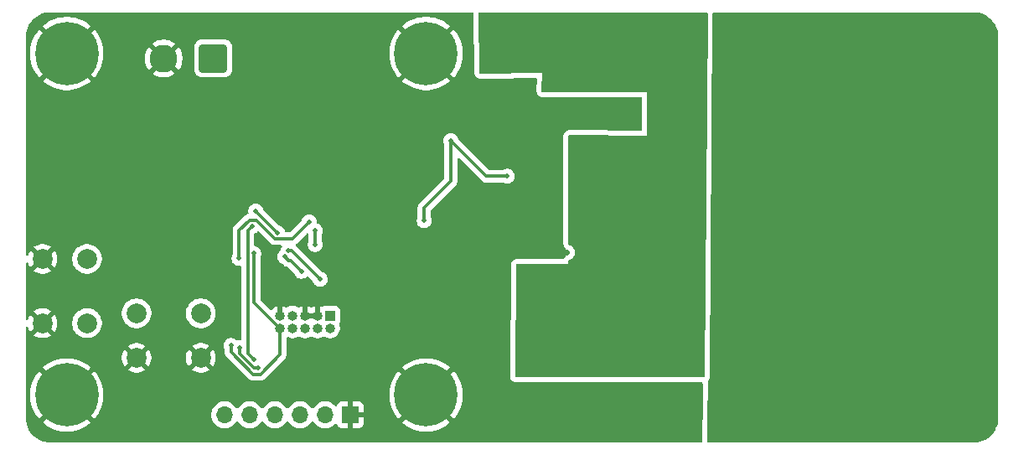
<source format=gbr>
%TF.GenerationSoftware,KiCad,Pcbnew,9.0.0*%
%TF.CreationDate,2025-08-28T15:42:06-07:00*%
%TF.ProjectId,Simple_12V_Panel,53696d70-6c65-45f3-9132-565f50616e65,rev?*%
%TF.SameCoordinates,Original*%
%TF.FileFunction,Copper,L2,Bot*%
%TF.FilePolarity,Positive*%
%FSLAX46Y46*%
G04 Gerber Fmt 4.6, Leading zero omitted, Abs format (unit mm)*
G04 Created by KiCad (PCBNEW 9.0.0) date 2025-08-28 15:42:06*
%MOMM*%
%LPD*%
G01*
G04 APERTURE LIST*
G04 Aperture macros list*
%AMRoundRect*
0 Rectangle with rounded corners*
0 $1 Rounding radius*
0 $2 $3 $4 $5 $6 $7 $8 $9 X,Y pos of 4 corners*
0 Add a 4 corners polygon primitive as box body*
4,1,4,$2,$3,$4,$5,$6,$7,$8,$9,$2,$3,0*
0 Add four circle primitives for the rounded corners*
1,1,$1+$1,$2,$3*
1,1,$1+$1,$4,$5*
1,1,$1+$1,$6,$7*
1,1,$1+$1,$8,$9*
0 Add four rect primitives between the rounded corners*
20,1,$1+$1,$2,$3,$4,$5,0*
20,1,$1+$1,$4,$5,$6,$7,0*
20,1,$1+$1,$6,$7,$8,$9,0*
20,1,$1+$1,$8,$9,$2,$3,0*%
G04 Aperture macros list end*
%TA.AperFunction,ComponentPad*%
%ADD10C,6.400000*%
%TD*%
%TA.AperFunction,ComponentPad*%
%ADD11C,2.000000*%
%TD*%
%TA.AperFunction,ComponentPad*%
%ADD12RoundRect,0.250001X1.149999X1.149999X-1.149999X1.149999X-1.149999X-1.149999X1.149999X-1.149999X0*%
%TD*%
%TA.AperFunction,ComponentPad*%
%ADD13C,2.800000*%
%TD*%
%TA.AperFunction,ComponentPad*%
%ADD14R,1.700000X1.700000*%
%TD*%
%TA.AperFunction,ComponentPad*%
%ADD15O,1.700000X1.700000*%
%TD*%
%TA.AperFunction,ComponentPad*%
%ADD16R,1.000000X1.000000*%
%TD*%
%TA.AperFunction,ComponentPad*%
%ADD17O,1.000000X1.000000*%
%TD*%
%TA.AperFunction,ViaPad*%
%ADD18C,0.500000*%
%TD*%
%TA.AperFunction,ViaPad*%
%ADD19C,1.500000*%
%TD*%
%TA.AperFunction,Conductor*%
%ADD20C,0.300000*%
%TD*%
G04 APERTURE END LIST*
D10*
%TO.P,H4,1,1*%
%TO.N,GND*%
X151000000Y-85000000D03*
%TD*%
%TO.P,H3,1,1*%
%TO.N,GND*%
X114700000Y-85000000D03*
%TD*%
%TO.P,H2,1,1*%
%TO.N,GND*%
X151000000Y-119500000D03*
%TD*%
%TO.P,H1,1,1*%
%TO.N,GND*%
X114700000Y-119500000D03*
%TD*%
D11*
%TO.P,SW1,1,1*%
%TO.N,GND*%
X112250000Y-112250000D03*
X112250000Y-105750000D03*
%TO.P,SW1,2,2*%
%TO.N,/MCU/NRST*%
X116750000Y-112250000D03*
X116750000Y-105750000D03*
%TD*%
D12*
%TO.P,J1,1,Pin_1*%
%TO.N,VCC*%
X129500000Y-85500000D03*
D13*
%TO.P,J1,2,Pin_2*%
%TO.N,GND*%
X124500000Y-85500000D03*
%TD*%
D11*
%TO.P,SW3,1,1*%
%TO.N,Net-(U5-PA6)*%
X121750000Y-111250000D03*
X128250000Y-111250000D03*
%TO.P,SW3,2,2*%
%TO.N,GND*%
X121750000Y-115750000D03*
X128250000Y-115750000D03*
%TD*%
D14*
%TO.P,J3,1,Pin_1*%
%TO.N,GND*%
X143350000Y-121500000D03*
D15*
%TO.P,J3,2,Pin_2*%
%TO.N,unconnected-(J3-Pin_2-Pad2)*%
X140810000Y-121500000D03*
%TO.P,J3,3,Pin_3*%
%TO.N,unconnected-(J3-Pin_3-Pad3)*%
X138270000Y-121500000D03*
%TO.P,J3,4,Pin_4*%
%TO.N,/MCU/UART_RX*%
X135730000Y-121500000D03*
%TO.P,J3,5,Pin_5*%
%TO.N,/MCU/UART_TX*%
X133190000Y-121500000D03*
%TO.P,J3,6,Pin_6*%
%TO.N,unconnected-(J3-Pin_6-Pad6)*%
X130650000Y-121500000D03*
%TD*%
D16*
%TO.P,J4,1,VTref*%
%TO.N,+3V3*%
X141310000Y-111500000D03*
D17*
%TO.P,J4,2,SWDIO/TMS*%
%TO.N,/MCU/SWDIO*%
X141310000Y-112770000D03*
%TO.P,J4,3,GND*%
%TO.N,GND*%
X140040000Y-111500000D03*
%TO.P,J4,4,SWCLK/TCK*%
%TO.N,/MCU/SWCLK*%
X140040000Y-112770000D03*
%TO.P,J4,5,GND*%
%TO.N,GND*%
X138770000Y-111500000D03*
%TO.P,J4,6,SWO/TDO*%
%TO.N,unconnected-(J4-SWO{slash}TDO-Pad6)*%
X138770000Y-112770000D03*
%TO.P,J4,7,KEY*%
%TO.N,unconnected-(J4-KEY-Pad7)*%
X137500000Y-111500000D03*
%TO.P,J4,8,NC/TDI*%
%TO.N,unconnected-(J4-NC{slash}TDI-Pad8)*%
X137500000Y-112770000D03*
%TO.P,J4,9,GNDDetect*%
%TO.N,GND*%
X136230000Y-111500000D03*
%TO.P,J4,10,~{RESET}*%
%TO.N,/MCU/NRST*%
X136230000Y-112770000D03*
%TD*%
D18*
%TO.N,GND*%
X119100000Y-99100000D03*
%TO.N,/LED/Thermal_Pad*%
X197500000Y-119500000D03*
X195500000Y-119500000D03*
X196500000Y-118500000D03*
X197500000Y-118500000D03*
X194500000Y-119500000D03*
X195500000Y-118500000D03*
X194500000Y-118500000D03*
X196500000Y-119500000D03*
X197500000Y-103200000D03*
X195500000Y-103200000D03*
X196500000Y-102200000D03*
X197500000Y-102200000D03*
X194500000Y-103200000D03*
X195500000Y-102200000D03*
X194500000Y-102200000D03*
X196500000Y-103200000D03*
X197500000Y-86900000D03*
X195500000Y-86900000D03*
X196500000Y-85900000D03*
X197500000Y-85900000D03*
X194500000Y-86900000D03*
X195500000Y-85900000D03*
X194500000Y-85900000D03*
X196500000Y-86900000D03*
%TO.N,GND*%
X166600000Y-91400000D03*
X167400000Y-90600000D03*
X166600000Y-90600000D03*
X167400000Y-91400000D03*
X137300000Y-114100000D03*
X150600000Y-109500000D03*
X119800000Y-120900000D03*
X125000000Y-109300000D03*
X122900000Y-98200000D03*
X122900000Y-100200000D03*
X126800000Y-97000000D03*
X134800000Y-98700000D03*
X136500000Y-92700000D03*
X133000000Y-95300000D03*
X143000000Y-82400000D03*
%TO.N,/MCU/NRST*%
X131300000Y-114500000D03*
%TO.N,Net-(U5-PA6)*%
X132100000Y-105700000D03*
X139200000Y-102000000D03*
%TO.N,/MCU/UART_RX*%
X134000000Y-116800000D03*
X132200000Y-114700000D03*
%TO.N,/MCU/UART_TX*%
X133600000Y-115900000D03*
X133475735Y-102424265D03*
%TO.N,GND*%
X165300000Y-105100000D03*
X159400000Y-104900000D03*
%TO.N,/MCU/SWDIO*%
X140300000Y-107800000D03*
X137074265Y-104925735D03*
%TO.N,GND*%
X130826000Y-103124000D03*
%TO.N,/MCU/NRST*%
X133600000Y-105200000D03*
%TO.N,+3V3*%
X138400000Y-107000000D03*
X136706046Y-105521065D03*
X136000000Y-103100000D03*
X133800000Y-100900000D03*
%TO.N,/MCU/SWCLK*%
X139800000Y-104300000D03*
X139800000Y-102900000D03*
%TO.N,MOSFET*%
X150800000Y-101900000D03*
X153500000Y-93800000D03*
X159200000Y-97400000D03*
%TO.N,GND*%
X170600000Y-91308079D03*
X113300000Y-97000000D03*
X123300000Y-114300000D03*
X113900000Y-110700000D03*
X143400000Y-119400000D03*
X124200000Y-91700000D03*
X141500000Y-106900000D03*
X138800000Y-109900000D03*
X136300000Y-109900000D03*
X121000000Y-105100000D03*
X122875000Y-105500000D03*
X129100000Y-105500000D03*
X127025000Y-105500000D03*
X124950000Y-105500000D03*
D19*
%TO.N,/LED/Thermal_Pad*%
X196000000Y-119000000D03*
X196000000Y-102680000D03*
X196000000Y-86360000D03*
X190470000Y-116700000D03*
X185470000Y-118900000D03*
X185470000Y-116700000D03*
X187970000Y-118900000D03*
X187970000Y-116700000D03*
X190470000Y-118900000D03*
X190260000Y-101380000D03*
X185260000Y-103580000D03*
X185260000Y-101380000D03*
X187760000Y-103580000D03*
X187760000Y-101380000D03*
X190260000Y-103580000D03*
X187430000Y-88750000D03*
X184930000Y-88750000D03*
X189930000Y-86550000D03*
X187430000Y-86550000D03*
X184930000Y-86550000D03*
X189930000Y-88750000D03*
X202700000Y-120700000D03*
X206700000Y-116700000D03*
X202700000Y-116700000D03*
X206700000Y-112700000D03*
X202700000Y-112700000D03*
X206700000Y-108700000D03*
X202700000Y-108700000D03*
X206700000Y-104700000D03*
X202700000Y-104700000D03*
X206700000Y-100700000D03*
X202700000Y-100700000D03*
X206700000Y-96700000D03*
X202700000Y-96700000D03*
X206700000Y-92700000D03*
X202700000Y-92700000D03*
X206700000Y-88700000D03*
X202700000Y-88700000D03*
X206700000Y-84700000D03*
X202700000Y-84700000D03*
X206700000Y-120700000D03*
%TO.N,/LED/LX_1*%
X163062500Y-113875000D03*
X166050000Y-113875000D03*
X169600000Y-107900000D03*
X169600000Y-113875000D03*
X169600000Y-110887500D03*
X172875000Y-113875000D03*
X172875000Y-110887500D03*
X172875000Y-107900000D03*
X157975000Y-82587500D03*
X157975000Y-84875000D03*
X164825000Y-86900000D03*
X164825000Y-84612500D03*
X164825000Y-82325000D03*
%TD*%
D20*
%TO.N,/MCU/NRST*%
X131300000Y-115158463D02*
X131300000Y-114500000D01*
X134248943Y-117401000D02*
X133542537Y-117401000D01*
X133542537Y-117401000D02*
X131300000Y-115158463D01*
X136230000Y-115419943D02*
X134248943Y-117401000D01*
X136230000Y-112770000D02*
X136230000Y-115419943D01*
%TO.N,Net-(U5-PA6)*%
X132100000Y-102900000D02*
X132100000Y-105700000D01*
X133176735Y-101823265D02*
X132100000Y-102900000D01*
X137499000Y-103701000D02*
X135751056Y-103701000D01*
X139200000Y-102000000D02*
X137499000Y-103701000D01*
X135751056Y-103701000D02*
X133873321Y-101823265D01*
X133873321Y-101823265D02*
X133176735Y-101823265D01*
%TO.N,/MCU/UART_RX*%
X133650057Y-116800000D02*
X134000000Y-116800000D01*
X132200000Y-115349943D02*
X133650057Y-116800000D01*
X132200000Y-114700000D02*
X132200000Y-115349943D01*
%TO.N,/MCU/UART_TX*%
X132999000Y-115299000D02*
X133600000Y-115900000D01*
X133475735Y-102424265D02*
X132999000Y-102901000D01*
X132999000Y-102901000D02*
X132999000Y-115299000D01*
%TO.N,+3V3*%
X137300000Y-105900000D02*
X138400000Y-107000000D01*
X136706046Y-105521065D02*
X137084981Y-105900000D01*
X137084981Y-105900000D02*
X137300000Y-105900000D01*
%TO.N,/MCU/SWDIO*%
X137425735Y-104925735D02*
X140300000Y-107800000D01*
X137074265Y-104925735D02*
X137425735Y-104925735D01*
%TO.N,/MCU/NRST*%
X133600000Y-110140000D02*
X136230000Y-112770000D01*
X133600000Y-105200000D02*
X133600000Y-110140000D01*
%TO.N,+3V3*%
X133800000Y-100900000D02*
X136000000Y-103100000D01*
%TO.N,/MCU/SWCLK*%
X139800000Y-102900000D02*
X139800000Y-104300000D01*
%TO.N,MOSFET*%
X153500000Y-97900000D02*
X153500000Y-93800000D01*
X150800000Y-101900000D02*
X150800000Y-100600000D01*
X150800000Y-100600000D02*
X153500000Y-97900000D01*
X157100000Y-97400000D02*
X153500000Y-93800000D01*
X159200000Y-97400000D02*
X157100000Y-97400000D01*
%TD*%
%TA.AperFunction,Conductor*%
%TO.N,/LED/Thermal_Pad*%
G36*
X206331754Y-80823365D02*
G01*
X206621808Y-80840912D01*
X206636672Y-80842717D01*
X206714197Y-80856924D01*
X206918815Y-80894424D01*
X206933329Y-80898001D01*
X207207187Y-80983341D01*
X207221180Y-80988649D01*
X207482737Y-81106369D01*
X207495996Y-81113328D01*
X207741455Y-81261716D01*
X207753778Y-81270222D01*
X207979565Y-81447118D01*
X207990773Y-81457048D01*
X208193583Y-81659862D01*
X208203513Y-81671070D01*
X208380408Y-81896866D01*
X208388913Y-81909189D01*
X208537294Y-82154645D01*
X208544253Y-82167904D01*
X208661967Y-82429463D01*
X208667277Y-82443464D01*
X208752607Y-82717310D01*
X208756190Y-82731849D01*
X208807888Y-83013974D01*
X208809693Y-83028839D01*
X208827295Y-83319901D01*
X208827521Y-83327384D01*
X208827521Y-83359123D01*
X208827521Y-83388525D01*
X208827521Y-83388527D01*
X208827522Y-83398519D01*
X208827522Y-121818878D01*
X208827296Y-121826367D01*
X208809746Y-122116425D01*
X208807941Y-122131288D01*
X208756236Y-122413422D01*
X208752652Y-122427962D01*
X208667316Y-122701803D01*
X208662006Y-122715803D01*
X208544287Y-122977361D01*
X208537328Y-122990620D01*
X208388939Y-123236081D01*
X208380433Y-123248404D01*
X208203536Y-123474193D01*
X208193607Y-123485400D01*
X207990792Y-123688215D01*
X207979584Y-123698145D01*
X207753793Y-123875041D01*
X207741470Y-123883547D01*
X207496007Y-124031935D01*
X207482748Y-124038894D01*
X207221184Y-124156614D01*
X207207184Y-124161923D01*
X206933349Y-124247255D01*
X206918810Y-124250839D01*
X206636676Y-124302543D01*
X206621812Y-124304348D01*
X206384209Y-124318722D01*
X206331469Y-124321913D01*
X206323988Y-124322139D01*
X179567131Y-124322139D01*
X179500092Y-124302454D01*
X179454337Y-124249650D01*
X179443131Y-124197814D01*
X179448582Y-122116425D01*
X179459029Y-118127666D01*
X179478888Y-118060685D01*
X179502487Y-118033715D01*
X179509071Y-118028091D01*
X179604046Y-117920013D01*
X179664726Y-117789554D01*
X179684877Y-117722653D01*
X179684877Y-117722652D01*
X179706345Y-117580382D01*
X179961376Y-80951521D01*
X179961375Y-80951516D01*
X179961399Y-80948146D01*
X179962630Y-80948154D01*
X179977922Y-80885134D01*
X180028492Y-80836921D01*
X180085307Y-80823139D01*
X206262126Y-80823139D01*
X206324266Y-80823139D01*
X206331754Y-80823365D01*
G37*
%TD.AperFunction*%
%TD*%
%TA.AperFunction,Conductor*%
%TO.N,/LED/LX_1*%
G36*
X179398930Y-80842824D02*
G01*
X179444685Y-80895628D01*
X179455888Y-80948002D01*
X179200857Y-117576863D01*
X179180706Y-117643764D01*
X179127585Y-117689150D01*
X179076860Y-117700000D01*
X160125087Y-117700000D01*
X160058048Y-117680315D01*
X160012293Y-117627511D01*
X160001092Y-117574917D01*
X160098926Y-106372917D01*
X160119195Y-106306052D01*
X160172397Y-106260760D01*
X160222921Y-106250000D01*
X165400000Y-106250000D01*
X165399418Y-105947429D01*
X165418974Y-105880352D01*
X165471690Y-105834496D01*
X165499222Y-105825574D01*
X165518913Y-105821658D01*
X165655495Y-105765084D01*
X165778416Y-105682951D01*
X165882951Y-105578416D01*
X165965084Y-105455495D01*
X166021658Y-105318913D01*
X166050500Y-105173918D01*
X166050500Y-105026082D01*
X166050500Y-105026079D01*
X166021659Y-104881092D01*
X166021658Y-104881091D01*
X166021658Y-104881087D01*
X165998874Y-104826082D01*
X165965087Y-104744511D01*
X165965080Y-104744498D01*
X165882951Y-104621584D01*
X165882948Y-104621580D01*
X165778419Y-104517051D01*
X165778415Y-104517048D01*
X165655501Y-104434919D01*
X165655488Y-104434912D01*
X165518915Y-104378342D01*
X165518912Y-104378341D01*
X165495962Y-104373776D01*
X165434052Y-104341389D01*
X165399480Y-104280672D01*
X165396158Y-104252409D01*
X165375240Y-93375020D01*
X165394796Y-93307945D01*
X165447512Y-93262089D01*
X165500018Y-93250786D01*
X173325000Y-93300000D01*
X173350000Y-88925000D01*
X173248575Y-88924762D01*
X162801922Y-88900297D01*
X162734928Y-88880455D01*
X162689297Y-88827544D01*
X162678253Y-88773119D01*
X162725000Y-86949999D01*
X156498769Y-87023538D01*
X156431502Y-87004647D01*
X156385127Y-86952387D01*
X156373316Y-86901234D01*
X156292331Y-80948826D01*
X156311102Y-80881525D01*
X156363279Y-80835056D01*
X156416320Y-80823139D01*
X179331891Y-80823139D01*
X179398930Y-80842824D01*
G37*
%TD.AperFunction*%
%TD*%
%TA.AperFunction,Conductor*%
%TO.N,GND*%
G36*
X155730205Y-80842824D02*
G01*
X155775960Y-80895628D01*
X155786392Y-80951280D01*
X155786818Y-80951275D01*
X155786851Y-80953728D01*
X155786959Y-80954303D01*
X155786878Y-80955699D01*
X155786878Y-80955702D01*
X155786878Y-80955703D01*
X155791041Y-81261690D01*
X155867862Y-86908104D01*
X155867864Y-86908122D01*
X155880771Y-87014941D01*
X155880775Y-87014963D01*
X155892584Y-87066107D01*
X155892588Y-87066121D01*
X155910791Y-87118651D01*
X155927819Y-87167793D01*
X155953501Y-87206736D01*
X156007027Y-87287902D01*
X156007032Y-87287908D01*
X156050016Y-87336347D01*
X156051390Y-87338030D01*
X156053411Y-87340173D01*
X156163249Y-87433098D01*
X156163250Y-87433098D01*
X156163252Y-87433100D01*
X156294827Y-87491320D01*
X156294833Y-87491321D01*
X156294834Y-87491322D01*
X156362086Y-87510209D01*
X156362087Y-87510209D01*
X156362094Y-87510211D01*
X156504739Y-87529003D01*
X156504746Y-87529002D01*
X156504747Y-87529003D01*
X157566229Y-87516465D01*
X162077491Y-87463181D01*
X162144758Y-87482072D01*
X162191133Y-87534332D01*
X162202914Y-87590350D01*
X162172918Y-88760156D01*
X162172919Y-88760160D01*
X162182849Y-88873649D01*
X162193892Y-88928065D01*
X162193893Y-88928069D01*
X162193894Y-88928072D01*
X162228987Y-89036458D01*
X162228988Y-89036459D01*
X162306487Y-89157675D01*
X162352120Y-89210589D01*
X162460635Y-89305066D01*
X162460636Y-89305066D01*
X162460637Y-89305067D01*
X162591375Y-89365143D01*
X162657380Y-89384692D01*
X162658316Y-89384978D01*
X162658371Y-89384986D01*
X162800738Y-89405796D01*
X172717192Y-89429019D01*
X172784184Y-89448861D01*
X172829815Y-89501772D01*
X172840898Y-89553728D01*
X172823106Y-92667258D01*
X172803039Y-92734183D01*
X172749974Y-92779636D01*
X172698328Y-92790547D01*
X165930319Y-92747982D01*
X165503197Y-92745296D01*
X165503196Y-92745296D01*
X165503190Y-92745296D01*
X165393651Y-92756604D01*
X165393632Y-92756607D01*
X165341129Y-92767909D01*
X165236638Y-92802674D01*
X165236637Y-92802674D01*
X165115743Y-92880696D01*
X165115740Y-92880698D01*
X165063038Y-92926542D01*
X164969022Y-93035462D01*
X164969017Y-93035469D01*
X164909505Y-93166442D01*
X164909503Y-93166448D01*
X164889943Y-93233536D01*
X164869741Y-93375994D01*
X164890659Y-104253390D01*
X164894113Y-104311404D01*
X164894115Y-104311433D01*
X164897432Y-104339654D01*
X164897436Y-104339683D01*
X164907525Y-104396907D01*
X164907526Y-104396909D01*
X164960197Y-104530793D01*
X164960201Y-104530802D01*
X164993111Y-104588599D01*
X164994095Y-104590442D01*
X164994768Y-104591510D01*
X164994770Y-104591513D01*
X164994771Y-104591514D01*
X164994772Y-104591516D01*
X165083035Y-104705144D01*
X165105826Y-104721580D01*
X165199730Y-104789299D01*
X165199733Y-104789300D01*
X165199735Y-104789302D01*
X165261645Y-104821689D01*
X165261660Y-104821697D01*
X165304766Y-104836903D01*
X165305986Y-104837363D01*
X165306108Y-104837455D01*
X165309695Y-104838830D01*
X165325467Y-104845362D01*
X165325467Y-104845363D01*
X165404768Y-104878210D01*
X165426206Y-104889669D01*
X165446022Y-104902910D01*
X165464809Y-104918327D01*
X165481665Y-104935182D01*
X165497087Y-104953974D01*
X165510328Y-104973790D01*
X165521790Y-104995233D01*
X165530913Y-105017260D01*
X165537966Y-105040512D01*
X165542616Y-105063883D01*
X165545000Y-105088080D01*
X165545000Y-105111913D01*
X165542616Y-105136109D01*
X165537964Y-105159491D01*
X165530910Y-105182745D01*
X165521790Y-105204764D01*
X165510329Y-105226207D01*
X165497083Y-105246030D01*
X165481663Y-105264818D01*
X165464818Y-105281663D01*
X165446027Y-105297085D01*
X165426204Y-105310330D01*
X165404767Y-105321788D01*
X165367695Y-105337144D01*
X165351513Y-105342575D01*
X165343404Y-105344688D01*
X165343389Y-105344692D01*
X165315859Y-105353613D01*
X165315856Y-105353615D01*
X165260812Y-105375082D01*
X165139925Y-105453100D01*
X165107753Y-105481086D01*
X165087210Y-105498956D01*
X164993197Y-105607874D01*
X164993196Y-105607874D01*
X164993196Y-105607875D01*
X164964153Y-105671796D01*
X164918499Y-105724687D01*
X164851497Y-105744500D01*
X160222911Y-105744500D01*
X160117627Y-105755588D01*
X160117608Y-105755591D01*
X160067104Y-105766346D01*
X159966433Y-105799122D01*
X159844707Y-105875856D01*
X159793853Y-105919150D01*
X159791814Y-105920800D01*
X159696343Y-106029055D01*
X159635432Y-106159410D01*
X159615162Y-106226280D01*
X159593444Y-106368501D01*
X159593444Y-106368504D01*
X159495610Y-117570496D01*
X159506681Y-117680219D01*
X159517881Y-117732808D01*
X159517882Y-117732811D01*
X159552474Y-117837505D01*
X159630257Y-117958537D01*
X159630266Y-117958548D01*
X159676010Y-118011340D01*
X159676013Y-118011343D01*
X159676017Y-118011347D01*
X159784751Y-118105567D01*
X159784754Y-118105568D01*
X159784755Y-118105569D01*
X159841659Y-118131557D01*
X159915628Y-118165338D01*
X159982667Y-118185023D01*
X159982671Y-118185024D01*
X160125087Y-118205500D01*
X178828998Y-118205500D01*
X178896037Y-118225185D01*
X178941792Y-118277989D01*
X178952998Y-118329825D01*
X178949227Y-119769727D01*
X178937633Y-124196490D01*
X178937634Y-124196500D01*
X178937629Y-124198464D01*
X178917769Y-124265451D01*
X178864845Y-124311068D01*
X178813629Y-124322139D01*
X113141518Y-124322139D01*
X113133913Y-124322138D01*
X113133910Y-124322138D01*
X113103721Y-124322138D01*
X113071764Y-124322138D01*
X113071763Y-124322137D01*
X113064280Y-124321912D01*
X112774218Y-124304369D01*
X112759354Y-124302564D01*
X112477220Y-124250864D01*
X112462686Y-124247282D01*
X112299683Y-124196490D01*
X112188829Y-124161947D01*
X112174829Y-124156637D01*
X111913264Y-124038919D01*
X111900011Y-124031964D01*
X111654526Y-123883566D01*
X111642214Y-123875067D01*
X111416423Y-123698174D01*
X111405215Y-123688245D01*
X111202390Y-123485425D01*
X111192460Y-123474217D01*
X111015560Y-123248425D01*
X111007054Y-123236102D01*
X110858661Y-122990637D01*
X110851702Y-122977378D01*
X110733980Y-122715817D01*
X110728670Y-122701817D01*
X110720069Y-122674217D01*
X110643331Y-122427968D01*
X110639748Y-122413432D01*
X110636888Y-122397827D01*
X110588038Y-122131278D01*
X110586236Y-122116442D01*
X110568748Y-121827375D01*
X110568522Y-121819887D01*
X110568522Y-119318234D01*
X111000000Y-119318234D01*
X111000000Y-119681765D01*
X111035632Y-120043556D01*
X111106550Y-120400090D01*
X111106553Y-120400101D01*
X111212086Y-120747997D01*
X111351207Y-121083864D01*
X111351209Y-121083869D01*
X111522570Y-121404462D01*
X111522581Y-121404480D01*
X111724551Y-121706750D01*
X111911678Y-121934765D01*
X111911679Y-121934766D01*
X113405747Y-120440697D01*
X113479588Y-120542330D01*
X113657670Y-120720412D01*
X113759301Y-120794251D01*
X112265232Y-122288319D01*
X112265233Y-122288320D01*
X112493249Y-122475448D01*
X112795519Y-122677418D01*
X112795537Y-122677429D01*
X113116130Y-122848790D01*
X113116135Y-122848792D01*
X113452002Y-122987913D01*
X113799898Y-123093446D01*
X113799909Y-123093449D01*
X114156443Y-123164367D01*
X114518234Y-123200000D01*
X114881766Y-123200000D01*
X115243556Y-123164367D01*
X115600090Y-123093449D01*
X115600101Y-123093446D01*
X115947997Y-122987913D01*
X116283864Y-122848792D01*
X116283869Y-122848790D01*
X116604462Y-122677429D01*
X116604480Y-122677418D01*
X116906736Y-122475457D01*
X116906750Y-122475447D01*
X117134765Y-122288320D01*
X117134766Y-122288319D01*
X115640698Y-120794251D01*
X115742330Y-120720412D01*
X115920412Y-120542330D01*
X115994251Y-120440698D01*
X117488319Y-121934766D01*
X117488320Y-121934765D01*
X117675447Y-121706750D01*
X117675457Y-121706736D01*
X117877418Y-121404480D01*
X117877429Y-121404462D01*
X117883175Y-121393713D01*
X129299500Y-121393713D01*
X129299500Y-121606286D01*
X129323331Y-121756753D01*
X129332754Y-121816243D01*
X129390710Y-121994613D01*
X129398444Y-122018414D01*
X129494951Y-122207820D01*
X129619890Y-122379786D01*
X129770213Y-122530109D01*
X129942179Y-122655048D01*
X129942181Y-122655049D01*
X129942184Y-122655051D01*
X130131588Y-122751557D01*
X130333757Y-122817246D01*
X130543713Y-122850500D01*
X130543714Y-122850500D01*
X130756286Y-122850500D01*
X130756287Y-122850500D01*
X130966243Y-122817246D01*
X131168412Y-122751557D01*
X131357816Y-122655051D01*
X131444478Y-122592088D01*
X131529786Y-122530109D01*
X131529788Y-122530106D01*
X131529792Y-122530104D01*
X131680104Y-122379792D01*
X131680106Y-122379788D01*
X131680109Y-122379786D01*
X131805048Y-122207820D01*
X131805047Y-122207820D01*
X131805051Y-122207816D01*
X131809514Y-122199054D01*
X131857488Y-122148259D01*
X131925308Y-122131463D01*
X131991444Y-122153999D01*
X132030486Y-122199056D01*
X132034951Y-122207820D01*
X132159890Y-122379786D01*
X132310213Y-122530109D01*
X132482179Y-122655048D01*
X132482181Y-122655049D01*
X132482184Y-122655051D01*
X132671588Y-122751557D01*
X132873757Y-122817246D01*
X133083713Y-122850500D01*
X133083714Y-122850500D01*
X133296286Y-122850500D01*
X133296287Y-122850500D01*
X133506243Y-122817246D01*
X133708412Y-122751557D01*
X133897816Y-122655051D01*
X133984478Y-122592088D01*
X134069786Y-122530109D01*
X134069788Y-122530106D01*
X134069792Y-122530104D01*
X134220104Y-122379792D01*
X134220106Y-122379788D01*
X134220109Y-122379786D01*
X134345048Y-122207820D01*
X134345047Y-122207820D01*
X134345051Y-122207816D01*
X134349514Y-122199054D01*
X134397488Y-122148259D01*
X134465308Y-122131463D01*
X134531444Y-122153999D01*
X134570486Y-122199056D01*
X134574951Y-122207820D01*
X134699890Y-122379786D01*
X134850213Y-122530109D01*
X135022179Y-122655048D01*
X135022181Y-122655049D01*
X135022184Y-122655051D01*
X135211588Y-122751557D01*
X135413757Y-122817246D01*
X135623713Y-122850500D01*
X135623714Y-122850500D01*
X135836286Y-122850500D01*
X135836287Y-122850500D01*
X136046243Y-122817246D01*
X136248412Y-122751557D01*
X136437816Y-122655051D01*
X136524478Y-122592088D01*
X136609786Y-122530109D01*
X136609788Y-122530106D01*
X136609792Y-122530104D01*
X136760104Y-122379792D01*
X136760106Y-122379788D01*
X136760109Y-122379786D01*
X136885048Y-122207820D01*
X136885047Y-122207820D01*
X136885051Y-122207816D01*
X136889514Y-122199054D01*
X136937488Y-122148259D01*
X137005308Y-122131463D01*
X137071444Y-122153999D01*
X137110486Y-122199056D01*
X137114951Y-122207820D01*
X137239890Y-122379786D01*
X137390213Y-122530109D01*
X137562179Y-122655048D01*
X137562181Y-122655049D01*
X137562184Y-122655051D01*
X137751588Y-122751557D01*
X137953757Y-122817246D01*
X138163713Y-122850500D01*
X138163714Y-122850500D01*
X138376286Y-122850500D01*
X138376287Y-122850500D01*
X138586243Y-122817246D01*
X138788412Y-122751557D01*
X138977816Y-122655051D01*
X139064478Y-122592088D01*
X139149786Y-122530109D01*
X139149788Y-122530106D01*
X139149792Y-122530104D01*
X139300104Y-122379792D01*
X139300106Y-122379788D01*
X139300109Y-122379786D01*
X139425048Y-122207820D01*
X139425047Y-122207820D01*
X139425051Y-122207816D01*
X139429514Y-122199054D01*
X139477488Y-122148259D01*
X139545308Y-122131463D01*
X139611444Y-122153999D01*
X139650486Y-122199056D01*
X139654951Y-122207820D01*
X139779890Y-122379786D01*
X139930213Y-122530109D01*
X140102179Y-122655048D01*
X140102181Y-122655049D01*
X140102184Y-122655051D01*
X140291588Y-122751557D01*
X140493757Y-122817246D01*
X140703713Y-122850500D01*
X140703714Y-122850500D01*
X140916286Y-122850500D01*
X140916287Y-122850500D01*
X141126243Y-122817246D01*
X141328412Y-122751557D01*
X141517816Y-122655051D01*
X141604478Y-122592088D01*
X141689784Y-122530110D01*
X141689784Y-122530109D01*
X141689792Y-122530104D01*
X141803717Y-122416178D01*
X141865036Y-122382696D01*
X141934728Y-122387680D01*
X141990662Y-122429551D01*
X142007577Y-122460528D01*
X142056646Y-122592088D01*
X142056649Y-122592093D01*
X142142809Y-122707187D01*
X142142812Y-122707190D01*
X142257906Y-122793350D01*
X142257913Y-122793354D01*
X142392620Y-122843596D01*
X142392627Y-122843598D01*
X142452155Y-122849999D01*
X142452172Y-122850000D01*
X143100000Y-122850000D01*
X143100000Y-121933012D01*
X143157007Y-121965925D01*
X143284174Y-122000000D01*
X143415826Y-122000000D01*
X143542993Y-121965925D01*
X143600000Y-121933012D01*
X143600000Y-122850000D01*
X144247828Y-122850000D01*
X144247844Y-122849999D01*
X144307372Y-122843598D01*
X144307379Y-122843596D01*
X144442086Y-122793354D01*
X144442093Y-122793350D01*
X144557187Y-122707190D01*
X144557190Y-122707187D01*
X144643350Y-122592093D01*
X144643354Y-122592086D01*
X144693596Y-122457379D01*
X144693598Y-122457372D01*
X144699999Y-122397844D01*
X144700000Y-122397827D01*
X144700000Y-121750000D01*
X143783012Y-121750000D01*
X143815925Y-121692993D01*
X143850000Y-121565826D01*
X143850000Y-121434174D01*
X143815925Y-121307007D01*
X143783012Y-121250000D01*
X144700000Y-121250000D01*
X144700000Y-120602172D01*
X144699999Y-120602155D01*
X144693598Y-120542627D01*
X144693596Y-120542620D01*
X144643354Y-120407913D01*
X144643350Y-120407906D01*
X144557190Y-120292812D01*
X144557187Y-120292809D01*
X144442093Y-120206649D01*
X144442086Y-120206645D01*
X144307379Y-120156403D01*
X144307372Y-120156401D01*
X144247844Y-120150000D01*
X143600000Y-120150000D01*
X143600000Y-121066988D01*
X143542993Y-121034075D01*
X143415826Y-121000000D01*
X143284174Y-121000000D01*
X143157007Y-121034075D01*
X143100000Y-121066988D01*
X143100000Y-120150000D01*
X142452155Y-120150000D01*
X142392627Y-120156401D01*
X142392620Y-120156403D01*
X142257913Y-120206645D01*
X142257906Y-120206649D01*
X142142812Y-120292809D01*
X142142809Y-120292812D01*
X142056649Y-120407906D01*
X142056646Y-120407912D01*
X142007577Y-120539471D01*
X141965705Y-120595404D01*
X141900241Y-120619821D01*
X141831968Y-120604969D01*
X141803714Y-120583818D01*
X141689786Y-120469890D01*
X141517820Y-120344951D01*
X141328414Y-120248444D01*
X141328413Y-120248443D01*
X141328412Y-120248443D01*
X141126243Y-120182754D01*
X141126241Y-120182753D01*
X141126240Y-120182753D01*
X140964957Y-120157208D01*
X140916287Y-120149500D01*
X140703713Y-120149500D01*
X140655042Y-120157208D01*
X140493760Y-120182753D01*
X140291585Y-120248444D01*
X140102179Y-120344951D01*
X139930213Y-120469890D01*
X139779890Y-120620213D01*
X139654949Y-120792182D01*
X139650484Y-120800946D01*
X139602509Y-120851742D01*
X139534688Y-120868536D01*
X139468553Y-120845998D01*
X139429516Y-120800946D01*
X139425050Y-120792182D01*
X139300109Y-120620213D01*
X139149786Y-120469890D01*
X138977820Y-120344951D01*
X138788414Y-120248444D01*
X138788413Y-120248443D01*
X138788412Y-120248443D01*
X138586243Y-120182754D01*
X138586241Y-120182753D01*
X138586240Y-120182753D01*
X138424957Y-120157208D01*
X138376287Y-120149500D01*
X138163713Y-120149500D01*
X138115042Y-120157208D01*
X137953760Y-120182753D01*
X137751585Y-120248444D01*
X137562179Y-120344951D01*
X137390213Y-120469890D01*
X137239890Y-120620213D01*
X137114949Y-120792182D01*
X137110484Y-120800946D01*
X137062509Y-120851742D01*
X136994688Y-120868536D01*
X136928553Y-120845998D01*
X136889516Y-120800946D01*
X136885050Y-120792182D01*
X136760109Y-120620213D01*
X136609786Y-120469890D01*
X136437820Y-120344951D01*
X136248414Y-120248444D01*
X136248413Y-120248443D01*
X136248412Y-120248443D01*
X136046243Y-120182754D01*
X136046241Y-120182753D01*
X136046240Y-120182753D01*
X135884957Y-120157208D01*
X135836287Y-120149500D01*
X135623713Y-120149500D01*
X135575042Y-120157208D01*
X135413760Y-120182753D01*
X135211585Y-120248444D01*
X135022179Y-120344951D01*
X134850213Y-120469890D01*
X134699890Y-120620213D01*
X134574949Y-120792182D01*
X134570484Y-120800946D01*
X134522509Y-120851742D01*
X134454688Y-120868536D01*
X134388553Y-120845998D01*
X134349516Y-120800946D01*
X134345050Y-120792182D01*
X134220109Y-120620213D01*
X134069786Y-120469890D01*
X133897820Y-120344951D01*
X133708414Y-120248444D01*
X133708413Y-120248443D01*
X133708412Y-120248443D01*
X133506243Y-120182754D01*
X133506241Y-120182753D01*
X133506240Y-120182753D01*
X133344957Y-120157208D01*
X133296287Y-120149500D01*
X133083713Y-120149500D01*
X133035042Y-120157208D01*
X132873760Y-120182753D01*
X132671585Y-120248444D01*
X132482179Y-120344951D01*
X132310213Y-120469890D01*
X132159890Y-120620213D01*
X132034949Y-120792182D01*
X132030484Y-120800946D01*
X131982509Y-120851742D01*
X131914688Y-120868536D01*
X131848553Y-120845998D01*
X131809516Y-120800946D01*
X131805050Y-120792182D01*
X131680109Y-120620213D01*
X131529786Y-120469890D01*
X131357820Y-120344951D01*
X131168414Y-120248444D01*
X131168413Y-120248443D01*
X131168412Y-120248443D01*
X130966243Y-120182754D01*
X130966241Y-120182753D01*
X130966240Y-120182753D01*
X130804957Y-120157208D01*
X130756287Y-120149500D01*
X130543713Y-120149500D01*
X130495042Y-120157208D01*
X130333760Y-120182753D01*
X130131585Y-120248444D01*
X129942179Y-120344951D01*
X129770213Y-120469890D01*
X129619890Y-120620213D01*
X129494951Y-120792179D01*
X129398444Y-120981585D01*
X129332753Y-121183760D01*
X129299500Y-121393713D01*
X117883175Y-121393713D01*
X117917023Y-121330388D01*
X118048790Y-121083869D01*
X118048792Y-121083864D01*
X118187913Y-120747997D01*
X118293446Y-120400101D01*
X118293449Y-120400090D01*
X118364367Y-120043556D01*
X118400000Y-119681765D01*
X118400000Y-119318234D01*
X147300000Y-119318234D01*
X147300000Y-119681765D01*
X147335632Y-120043556D01*
X147406550Y-120400090D01*
X147406553Y-120400101D01*
X147512086Y-120747997D01*
X147651207Y-121083864D01*
X147651209Y-121083869D01*
X147822570Y-121404462D01*
X147822581Y-121404480D01*
X148024551Y-121706750D01*
X148211678Y-121934765D01*
X148211679Y-121934766D01*
X149705747Y-120440697D01*
X149779588Y-120542330D01*
X149957670Y-120720412D01*
X150059301Y-120794251D01*
X148565232Y-122288319D01*
X148565233Y-122288320D01*
X148793249Y-122475448D01*
X149095519Y-122677418D01*
X149095537Y-122677429D01*
X149416130Y-122848790D01*
X149416135Y-122848792D01*
X149752002Y-122987913D01*
X150099898Y-123093446D01*
X150099909Y-123093449D01*
X150456443Y-123164367D01*
X150818234Y-123200000D01*
X151181766Y-123200000D01*
X151543556Y-123164367D01*
X151900090Y-123093449D01*
X151900101Y-123093446D01*
X152247997Y-122987913D01*
X152583864Y-122848792D01*
X152583869Y-122848790D01*
X152904462Y-122677429D01*
X152904480Y-122677418D01*
X153206736Y-122475457D01*
X153206750Y-122475447D01*
X153434765Y-122288320D01*
X153434766Y-122288319D01*
X151940698Y-120794251D01*
X152042330Y-120720412D01*
X152220412Y-120542330D01*
X152294251Y-120440698D01*
X153788319Y-121934766D01*
X153788320Y-121934765D01*
X153975447Y-121706750D01*
X153975457Y-121706736D01*
X154177418Y-121404480D01*
X154177429Y-121404462D01*
X154348790Y-121083869D01*
X154348792Y-121083864D01*
X154487913Y-120747997D01*
X154593446Y-120400101D01*
X154593449Y-120400090D01*
X154664367Y-120043556D01*
X154700000Y-119681765D01*
X154700000Y-119318234D01*
X154664367Y-118956443D01*
X154593449Y-118599909D01*
X154593446Y-118599898D01*
X154487913Y-118252002D01*
X154348792Y-117916135D01*
X154348790Y-117916130D01*
X154177429Y-117595537D01*
X154177418Y-117595519D01*
X153975448Y-117293249D01*
X153788320Y-117065233D01*
X153788319Y-117065232D01*
X152294251Y-118559300D01*
X152220412Y-118457670D01*
X152042330Y-118279588D01*
X151940698Y-118205748D01*
X153434766Y-116711679D01*
X153434765Y-116711678D01*
X153206750Y-116524551D01*
X152904480Y-116322581D01*
X152904462Y-116322570D01*
X152583869Y-116151209D01*
X152583864Y-116151207D01*
X152247997Y-116012086D01*
X151900101Y-115906553D01*
X151900090Y-115906550D01*
X151543556Y-115835632D01*
X151181766Y-115800000D01*
X150818234Y-115800000D01*
X150456443Y-115835632D01*
X150099909Y-115906550D01*
X150099898Y-115906553D01*
X149752002Y-116012086D01*
X149416135Y-116151207D01*
X149416130Y-116151209D01*
X149095537Y-116322570D01*
X149095519Y-116322581D01*
X148793258Y-116524545D01*
X148793254Y-116524548D01*
X148565233Y-116711679D01*
X148565233Y-116711680D01*
X150059301Y-118205748D01*
X149957670Y-118279588D01*
X149779588Y-118457670D01*
X149705748Y-118559301D01*
X148211680Y-117065233D01*
X148211679Y-117065233D01*
X148024548Y-117293254D01*
X148024545Y-117293258D01*
X147822581Y-117595519D01*
X147822570Y-117595537D01*
X147651209Y-117916130D01*
X147651207Y-117916135D01*
X147512086Y-118252002D01*
X147406553Y-118599898D01*
X147406550Y-118599909D01*
X147335632Y-118956443D01*
X147300000Y-119318234D01*
X118400000Y-119318234D01*
X118364367Y-118956443D01*
X118293449Y-118599909D01*
X118293446Y-118599898D01*
X118187913Y-118252002D01*
X118048792Y-117916135D01*
X118048790Y-117916130D01*
X117877429Y-117595537D01*
X117877418Y-117595519D01*
X117675448Y-117293249D01*
X117488320Y-117065233D01*
X117488319Y-117065232D01*
X115994251Y-118559300D01*
X115920412Y-118457670D01*
X115742330Y-118279588D01*
X115640698Y-118205748D01*
X117008728Y-116837718D01*
X117134766Y-116711679D01*
X117134765Y-116711678D01*
X116906750Y-116524551D01*
X116604480Y-116322581D01*
X116604462Y-116322570D01*
X116283869Y-116151209D01*
X116283864Y-116151207D01*
X115947997Y-116012086D01*
X115600101Y-115906553D01*
X115600090Y-115906550D01*
X115243556Y-115835632D01*
X114881766Y-115800000D01*
X114518234Y-115800000D01*
X114156443Y-115835632D01*
X113799909Y-115906550D01*
X113799898Y-115906553D01*
X113452002Y-116012086D01*
X113116135Y-116151207D01*
X113116130Y-116151209D01*
X112795537Y-116322570D01*
X112795519Y-116322581D01*
X112493258Y-116524545D01*
X112493254Y-116524548D01*
X112265233Y-116711679D01*
X112265233Y-116711680D01*
X113759301Y-118205748D01*
X113657670Y-118279588D01*
X113479588Y-118457670D01*
X113405748Y-118559301D01*
X111911680Y-117065233D01*
X111911679Y-117065233D01*
X111724548Y-117293254D01*
X111724545Y-117293258D01*
X111522581Y-117595519D01*
X111522570Y-117595537D01*
X111351209Y-117916130D01*
X111351207Y-117916135D01*
X111212086Y-118252002D01*
X111106553Y-118599898D01*
X111106550Y-118599909D01*
X111035632Y-118956443D01*
X111000000Y-119318234D01*
X110568522Y-119318234D01*
X110568522Y-115631947D01*
X120250000Y-115631947D01*
X120250000Y-115868052D01*
X120286934Y-116101247D01*
X120359897Y-116325802D01*
X120467087Y-116536174D01*
X120527338Y-116619104D01*
X120527340Y-116619105D01*
X121226212Y-115920233D01*
X121237482Y-115962292D01*
X121309890Y-116087708D01*
X121412292Y-116190110D01*
X121537708Y-116262518D01*
X121579765Y-116273787D01*
X120880893Y-116972658D01*
X120963828Y-117032914D01*
X121174197Y-117140102D01*
X121398752Y-117213065D01*
X121398751Y-117213065D01*
X121631948Y-117250000D01*
X121868052Y-117250000D01*
X122101247Y-117213065D01*
X122325802Y-117140102D01*
X122536163Y-117032918D01*
X122536169Y-117032914D01*
X122619104Y-116972658D01*
X122619105Y-116972658D01*
X121920233Y-116273787D01*
X121962292Y-116262518D01*
X122087708Y-116190110D01*
X122190110Y-116087708D01*
X122262518Y-115962292D01*
X122273787Y-115920233D01*
X122972658Y-116619105D01*
X122972658Y-116619104D01*
X123032914Y-116536169D01*
X123032918Y-116536163D01*
X123140102Y-116325802D01*
X123213065Y-116101247D01*
X123250000Y-115868052D01*
X123250000Y-115631947D01*
X126750000Y-115631947D01*
X126750000Y-115868052D01*
X126786934Y-116101247D01*
X126859897Y-116325802D01*
X126967087Y-116536174D01*
X127027338Y-116619104D01*
X127027340Y-116619105D01*
X127726212Y-115920233D01*
X127737482Y-115962292D01*
X127809890Y-116087708D01*
X127912292Y-116190110D01*
X128037708Y-116262518D01*
X128079765Y-116273787D01*
X127380893Y-116972658D01*
X127463828Y-117032914D01*
X127674197Y-117140102D01*
X127898752Y-117213065D01*
X127898751Y-117213065D01*
X128131948Y-117250000D01*
X128368052Y-117250000D01*
X128601247Y-117213065D01*
X128825802Y-117140102D01*
X129036163Y-117032918D01*
X129036169Y-117032914D01*
X129119104Y-116972658D01*
X129119105Y-116972658D01*
X128420233Y-116273787D01*
X128462292Y-116262518D01*
X128587708Y-116190110D01*
X128690110Y-116087708D01*
X128762518Y-115962292D01*
X128773787Y-115920234D01*
X129472658Y-116619105D01*
X129472658Y-116619104D01*
X129532914Y-116536169D01*
X129532918Y-116536163D01*
X129640102Y-116325802D01*
X129713065Y-116101247D01*
X129750000Y-115868052D01*
X129750000Y-115631947D01*
X129713065Y-115398752D01*
X129640102Y-115174197D01*
X129532914Y-114963828D01*
X129472658Y-114880894D01*
X129472658Y-114880893D01*
X128773787Y-115579765D01*
X128762518Y-115537708D01*
X128690110Y-115412292D01*
X128587708Y-115309890D01*
X128462292Y-115237482D01*
X128420234Y-115226212D01*
X129072525Y-114573920D01*
X130549499Y-114573920D01*
X130578340Y-114718907D01*
X130578343Y-114718917D01*
X130637247Y-114861124D01*
X130636383Y-114861481D01*
X130649500Y-114913840D01*
X130649500Y-115222532D01*
X130649500Y-115222534D01*
X130649499Y-115222534D01*
X130674497Y-115348201D01*
X130674499Y-115348207D01*
X130723535Y-115466590D01*
X130794723Y-115573132D01*
X130794726Y-115573136D01*
X133127864Y-117906274D01*
X133194055Y-117950501D01*
X133234403Y-117977461D01*
X133234409Y-117977464D01*
X133234410Y-117977465D01*
X133352793Y-118026501D01*
X133352797Y-118026501D01*
X133352798Y-118026502D01*
X133478465Y-118051500D01*
X133478468Y-118051500D01*
X134313014Y-118051500D01*
X134397558Y-118034682D01*
X134438687Y-118026501D01*
X134557070Y-117977465D01*
X134585389Y-117958543D01*
X134663612Y-117906277D01*
X135276640Y-117293249D01*
X135897077Y-116672813D01*
X136735272Y-115834617D01*
X136735273Y-115834616D01*
X136735277Y-115834612D01*
X136806465Y-115728070D01*
X136855501Y-115609686D01*
X136855502Y-115609683D01*
X136859046Y-115591871D01*
X136880499Y-115484016D01*
X136880500Y-115484014D01*
X136880500Y-113781907D01*
X136900185Y-113714868D01*
X136952989Y-113669113D01*
X137022147Y-113659169D01*
X137051950Y-113667345D01*
X137208165Y-113732051D01*
X137208169Y-113732051D01*
X137208170Y-113732052D01*
X137401456Y-113770500D01*
X137401459Y-113770500D01*
X137598543Y-113770500D01*
X137728582Y-113744632D01*
X137791835Y-113732051D01*
X137973914Y-113656632D01*
X138066109Y-113595029D01*
X138132786Y-113574151D01*
X138200166Y-113592635D01*
X138203891Y-113595029D01*
X138296086Y-113656632D01*
X138296088Y-113656633D01*
X138296092Y-113656635D01*
X138436681Y-113714868D01*
X138478165Y-113732051D01*
X138478169Y-113732051D01*
X138478170Y-113732052D01*
X138671456Y-113770500D01*
X138671459Y-113770500D01*
X138868543Y-113770500D01*
X138998582Y-113744632D01*
X139061835Y-113732051D01*
X139243914Y-113656632D01*
X139336109Y-113595029D01*
X139402786Y-113574151D01*
X139470166Y-113592635D01*
X139473891Y-113595029D01*
X139566086Y-113656632D01*
X139566088Y-113656633D01*
X139566092Y-113656635D01*
X139706681Y-113714868D01*
X139748165Y-113732051D01*
X139748169Y-113732051D01*
X139748170Y-113732052D01*
X139941456Y-113770500D01*
X139941459Y-113770500D01*
X140138543Y-113770500D01*
X140268582Y-113744632D01*
X140331835Y-113732051D01*
X140513914Y-113656632D01*
X140606109Y-113595029D01*
X140672786Y-113574151D01*
X140740166Y-113592635D01*
X140743891Y-113595029D01*
X140836086Y-113656632D01*
X140836088Y-113656633D01*
X140836092Y-113656635D01*
X140976681Y-113714868D01*
X141018165Y-113732051D01*
X141018169Y-113732051D01*
X141018170Y-113732052D01*
X141211456Y-113770500D01*
X141211459Y-113770500D01*
X141408543Y-113770500D01*
X141538582Y-113744632D01*
X141601835Y-113732051D01*
X141783914Y-113656632D01*
X141947782Y-113547139D01*
X142087139Y-113407782D01*
X142196632Y-113243914D01*
X142272051Y-113061835D01*
X142310500Y-112868541D01*
X142310500Y-112671459D01*
X142310500Y-112671456D01*
X142272052Y-112478170D01*
X142272051Y-112478169D01*
X142272051Y-112478165D01*
X142229680Y-112375873D01*
X142222212Y-112306407D01*
X142244977Y-112254111D01*
X142253796Y-112242331D01*
X142304091Y-112107483D01*
X142310500Y-112047873D01*
X142310499Y-110952128D01*
X142304091Y-110892517D01*
X142293289Y-110863556D01*
X142253797Y-110757671D01*
X142253793Y-110757664D01*
X142167547Y-110642455D01*
X142167544Y-110642452D01*
X142052335Y-110556206D01*
X142052328Y-110556202D01*
X141917482Y-110505908D01*
X141917483Y-110505908D01*
X141857883Y-110499501D01*
X141857881Y-110499500D01*
X141857873Y-110499500D01*
X141857864Y-110499500D01*
X140762129Y-110499500D01*
X140762123Y-110499501D01*
X140702516Y-110505908D01*
X140567671Y-110556202D01*
X140567667Y-110556204D01*
X140555416Y-110565375D01*
X140489950Y-110589789D01*
X140433659Y-110580665D01*
X140331691Y-110538429D01*
X140331683Y-110538427D01*
X140290000Y-110530135D01*
X140290000Y-111290382D01*
X140239554Y-111239936D01*
X140165445Y-111197149D01*
X140082787Y-111175000D01*
X139997213Y-111175000D01*
X139914555Y-111197149D01*
X139840446Y-111239936D01*
X139779936Y-111300446D01*
X139737149Y-111374555D01*
X139715000Y-111457213D01*
X139715000Y-111542787D01*
X139737149Y-111625445D01*
X139779936Y-111699554D01*
X139830382Y-111750000D01*
X138979618Y-111750000D01*
X139030064Y-111699554D01*
X139072851Y-111625445D01*
X139095000Y-111542787D01*
X139095000Y-111457213D01*
X139072851Y-111374555D01*
X139030064Y-111300446D01*
X138969554Y-111239936D01*
X138895445Y-111197149D01*
X138812787Y-111175000D01*
X138727213Y-111175000D01*
X138644555Y-111197149D01*
X138570446Y-111239936D01*
X138520000Y-111290382D01*
X138520000Y-110530136D01*
X138519999Y-110530135D01*
X139020000Y-110530135D01*
X139020000Y-111250000D01*
X139790000Y-111250000D01*
X139790000Y-110530136D01*
X139789999Y-110530135D01*
X139748316Y-110538427D01*
X139748308Y-110538429D01*
X139566328Y-110613807D01*
X139566315Y-110613814D01*
X139473891Y-110675571D01*
X139407214Y-110696449D01*
X139339833Y-110677965D01*
X139336109Y-110675571D01*
X139243684Y-110613814D01*
X139243671Y-110613807D01*
X139061691Y-110538429D01*
X139061683Y-110538427D01*
X139020000Y-110530135D01*
X138519999Y-110530135D01*
X138478316Y-110538427D01*
X138478308Y-110538429D01*
X138296325Y-110613809D01*
X138204339Y-110675271D01*
X138137661Y-110696148D01*
X138070281Y-110677663D01*
X138066559Y-110675271D01*
X138017441Y-110642452D01*
X137973914Y-110613368D01*
X137973911Y-110613366D01*
X137973910Y-110613366D01*
X137791839Y-110537950D01*
X137791829Y-110537947D01*
X137598543Y-110499500D01*
X137598541Y-110499500D01*
X137401459Y-110499500D01*
X137401457Y-110499500D01*
X137208170Y-110537947D01*
X137208160Y-110537950D01*
X137026093Y-110613364D01*
X137026082Y-110613370D01*
X136933440Y-110675271D01*
X136866762Y-110696148D01*
X136799382Y-110677663D01*
X136795659Y-110675270D01*
X136703684Y-110613814D01*
X136703671Y-110613807D01*
X136521691Y-110538429D01*
X136521683Y-110538427D01*
X136480000Y-110530135D01*
X136480000Y-111290382D01*
X136429554Y-111239936D01*
X136355445Y-111197149D01*
X136272787Y-111175000D01*
X136187213Y-111175000D01*
X136104555Y-111197149D01*
X136030446Y-111239936D01*
X135980000Y-111290382D01*
X135980000Y-110530136D01*
X135979999Y-110530135D01*
X135938316Y-110538427D01*
X135938308Y-110538429D01*
X135756328Y-110613807D01*
X135756315Y-110613814D01*
X135592537Y-110723248D01*
X135592533Y-110723251D01*
X135453255Y-110862530D01*
X135453249Y-110862537D01*
X135452764Y-110863263D01*
X135452412Y-110863556D01*
X135449391Y-110867239D01*
X135448691Y-110866665D01*
X135399146Y-110908062D01*
X135329820Y-110916762D01*
X135266796Y-110886600D01*
X135261988Y-110882042D01*
X134286819Y-109906873D01*
X134253334Y-109845550D01*
X134250500Y-109819192D01*
X134250500Y-105613840D01*
X134263616Y-105561481D01*
X134262753Y-105561124D01*
X134321656Y-105418917D01*
X134321658Y-105418913D01*
X134334647Y-105353613D01*
X134350500Y-105273920D01*
X134350500Y-105126079D01*
X134321659Y-104981092D01*
X134321658Y-104981091D01*
X134321658Y-104981087D01*
X134321656Y-104981082D01*
X134265087Y-104844511D01*
X134265080Y-104844498D01*
X134182951Y-104721584D01*
X134182948Y-104721580D01*
X134078419Y-104617051D01*
X134078415Y-104617048D01*
X133955501Y-104534919D01*
X133955488Y-104534912D01*
X133818917Y-104478343D01*
X133818908Y-104478340D01*
X133749307Y-104464495D01*
X133687396Y-104432109D01*
X133652823Y-104371392D01*
X133649500Y-104342878D01*
X133649500Y-103247477D01*
X133669185Y-103180438D01*
X133721989Y-103134683D01*
X133725987Y-103132941D01*
X133831230Y-103089349D01*
X133954151Y-103007216D01*
X133958055Y-103003311D01*
X134019373Y-102969825D01*
X134089064Y-102974806D01*
X134133419Y-103003309D01*
X135336380Y-104206271D01*
X135336383Y-104206274D01*
X135406884Y-104253381D01*
X135417765Y-104260651D01*
X135442929Y-104277465D01*
X135561312Y-104326501D01*
X135561316Y-104326501D01*
X135561317Y-104326502D01*
X135686984Y-104351500D01*
X135686987Y-104351500D01*
X136323350Y-104351500D01*
X136390389Y-104371185D01*
X136436144Y-104423989D01*
X136446088Y-104493147D01*
X136426452Y-104544391D01*
X136409184Y-104570233D01*
X136409177Y-104570246D01*
X136352608Y-104706817D01*
X136352605Y-104706826D01*
X136328723Y-104826886D01*
X136296337Y-104888796D01*
X136275998Y-104905794D01*
X136227632Y-104938111D01*
X136227626Y-104938116D01*
X136123097Y-105042645D01*
X136123094Y-105042649D01*
X136040965Y-105165563D01*
X136040958Y-105165576D01*
X135984389Y-105302147D01*
X135984386Y-105302157D01*
X135955546Y-105447144D01*
X135955546Y-105447147D01*
X135955546Y-105594983D01*
X135955546Y-105594985D01*
X135955545Y-105594985D01*
X135984386Y-105739972D01*
X135984389Y-105739982D01*
X136040958Y-105876553D01*
X136040965Y-105876566D01*
X136123094Y-105999480D01*
X136123097Y-105999484D01*
X136227626Y-106104013D01*
X136227630Y-106104016D01*
X136350544Y-106186145D01*
X136350557Y-106186152D01*
X136492761Y-106245054D01*
X136492403Y-106245918D01*
X136538699Y-106273664D01*
X136670312Y-106405277D01*
X136776854Y-106476465D01*
X136895237Y-106525501D01*
X136895241Y-106525501D01*
X136895242Y-106525502D01*
X136996057Y-106545556D01*
X137057968Y-106577941D01*
X137059546Y-106579492D01*
X137647398Y-107167344D01*
X137675149Y-107213643D01*
X137676011Y-107213286D01*
X137734912Y-107355488D01*
X137734919Y-107355501D01*
X137817048Y-107478415D01*
X137817051Y-107478419D01*
X137921580Y-107582948D01*
X137921584Y-107582951D01*
X138044498Y-107665080D01*
X138044511Y-107665087D01*
X138181082Y-107721656D01*
X138181087Y-107721658D01*
X138181091Y-107721658D01*
X138181092Y-107721659D01*
X138326079Y-107750500D01*
X138326082Y-107750500D01*
X138473920Y-107750500D01*
X138571462Y-107731096D01*
X138618913Y-107721658D01*
X138755495Y-107665084D01*
X138878416Y-107582951D01*
X138933031Y-107528335D01*
X138994350Y-107494852D01*
X139064042Y-107499835D01*
X139108391Y-107528337D01*
X139547398Y-107967344D01*
X139575149Y-108013643D01*
X139576011Y-108013286D01*
X139634912Y-108155488D01*
X139634919Y-108155501D01*
X139717048Y-108278415D01*
X139717051Y-108278419D01*
X139821580Y-108382948D01*
X139821584Y-108382951D01*
X139944498Y-108465080D01*
X139944511Y-108465087D01*
X140081082Y-108521656D01*
X140081087Y-108521658D01*
X140081091Y-108521658D01*
X140081092Y-108521659D01*
X140226079Y-108550500D01*
X140226082Y-108550500D01*
X140373920Y-108550500D01*
X140471462Y-108531096D01*
X140518913Y-108521658D01*
X140655495Y-108465084D01*
X140778416Y-108382951D01*
X140882951Y-108278416D01*
X140965084Y-108155495D01*
X141021658Y-108018913D01*
X141050500Y-107873918D01*
X141050500Y-107726082D01*
X141050500Y-107726079D01*
X141021659Y-107581092D01*
X141021658Y-107581091D01*
X141021658Y-107581087D01*
X140999809Y-107528338D01*
X140965087Y-107444511D01*
X140965080Y-107444498D01*
X140882951Y-107321584D01*
X140882948Y-107321580D01*
X140778419Y-107217051D01*
X140778415Y-107217048D01*
X140655501Y-107134919D01*
X140655488Y-107134912D01*
X140513286Y-107076011D01*
X140513643Y-107075149D01*
X140467344Y-107047398D01*
X137848197Y-104428250D01*
X137814712Y-104366927D01*
X137819696Y-104297235D01*
X137861568Y-104241302D01*
X137866939Y-104237500D01*
X137913669Y-104206277D01*
X138924474Y-103195470D01*
X138952358Y-103180244D01*
X138979392Y-103163559D01*
X138982802Y-103163621D01*
X138985797Y-103161986D01*
X139017492Y-103164252D01*
X139049250Y-103164831D01*
X139052084Y-103166726D01*
X139055488Y-103166970D01*
X139080925Y-103186012D01*
X139107331Y-103203669D01*
X139109665Y-103207525D01*
X139111422Y-103208841D01*
X139125868Y-103233703D01*
X139126320Y-103234743D01*
X139134916Y-103255495D01*
X139136143Y-103257331D01*
X139139213Y-103264391D01*
X139141313Y-103281161D01*
X139149500Y-103313840D01*
X139149500Y-103886160D01*
X139136385Y-103938520D01*
X139137247Y-103938878D01*
X139078342Y-104081086D01*
X139078340Y-104081092D01*
X139049500Y-104226079D01*
X139049500Y-104226082D01*
X139049500Y-104373918D01*
X139049500Y-104373920D01*
X139049499Y-104373920D01*
X139078340Y-104518907D01*
X139078343Y-104518917D01*
X139134912Y-104655488D01*
X139134919Y-104655501D01*
X139217048Y-104778415D01*
X139217051Y-104778419D01*
X139321580Y-104882948D01*
X139321584Y-104882951D01*
X139444498Y-104965080D01*
X139444511Y-104965087D01*
X139517291Y-104995233D01*
X139581087Y-105021658D01*
X139581091Y-105021658D01*
X139581092Y-105021659D01*
X139726079Y-105050500D01*
X139726082Y-105050500D01*
X139873920Y-105050500D01*
X139971462Y-105031096D01*
X140018913Y-105021658D01*
X140155495Y-104965084D01*
X140278416Y-104882951D01*
X140382951Y-104778416D01*
X140465084Y-104655495D01*
X140521658Y-104518913D01*
X140532483Y-104464495D01*
X140550500Y-104373920D01*
X140550500Y-104226079D01*
X140521659Y-104081092D01*
X140521658Y-104081091D01*
X140521658Y-104081087D01*
X140465084Y-103944505D01*
X140465083Y-103944504D01*
X140462753Y-103938878D01*
X140463614Y-103938520D01*
X140450500Y-103886160D01*
X140450500Y-103313840D01*
X140463616Y-103261481D01*
X140462753Y-103261124D01*
X140521656Y-103118917D01*
X140521658Y-103118913D01*
X140543876Y-103007220D01*
X140550500Y-102973920D01*
X140550500Y-102826079D01*
X140521659Y-102681092D01*
X140521658Y-102681091D01*
X140521658Y-102681087D01*
X140521656Y-102681082D01*
X140465087Y-102544511D01*
X140465080Y-102544498D01*
X140382951Y-102421584D01*
X140382948Y-102421580D01*
X140278419Y-102317051D01*
X140278415Y-102317048D01*
X140155501Y-102234919D01*
X140155492Y-102234914D01*
X140027047Y-102181711D01*
X140015047Y-102172041D01*
X140000588Y-102166714D01*
X139988398Y-102150565D01*
X139972644Y-102137870D01*
X139967164Y-102122436D01*
X139958493Y-102110949D01*
X139953635Y-102084332D01*
X139950852Y-102076492D01*
X139950500Y-102071833D01*
X139950500Y-101973920D01*
X150049499Y-101973920D01*
X150078340Y-102118907D01*
X150078343Y-102118917D01*
X150134912Y-102255488D01*
X150134919Y-102255501D01*
X150217048Y-102378415D01*
X150217051Y-102378419D01*
X150321580Y-102482948D01*
X150321584Y-102482951D01*
X150444498Y-102565080D01*
X150444511Y-102565087D01*
X150580899Y-102621580D01*
X150581087Y-102621658D01*
X150581091Y-102621658D01*
X150581092Y-102621659D01*
X150726079Y-102650500D01*
X150726082Y-102650500D01*
X150873920Y-102650500D01*
X150971462Y-102631096D01*
X151018913Y-102621658D01*
X151155495Y-102565084D01*
X151278416Y-102482951D01*
X151382951Y-102378416D01*
X151465084Y-102255495D01*
X151521658Y-102118913D01*
X151550500Y-101973918D01*
X151550500Y-101826082D01*
X151550500Y-101826079D01*
X151521659Y-101681092D01*
X151521658Y-101681091D01*
X151521658Y-101681087D01*
X151465084Y-101544505D01*
X151465083Y-101544504D01*
X151462753Y-101538878D01*
X151463614Y-101538520D01*
X151450500Y-101486160D01*
X151450500Y-100920808D01*
X151470185Y-100853769D01*
X151486819Y-100833127D01*
X154005272Y-98314674D01*
X154005277Y-98314669D01*
X154076466Y-98208126D01*
X154125501Y-98089743D01*
X154133308Y-98050499D01*
X154150500Y-97964069D01*
X154150500Y-95669808D01*
X154170185Y-95602769D01*
X154222989Y-95557014D01*
X154292147Y-95547070D01*
X154355703Y-95576095D01*
X154362181Y-95582127D01*
X156685325Y-97905272D01*
X156685332Y-97905278D01*
X156773320Y-97964069D01*
X156773321Y-97964069D01*
X156791873Y-97976465D01*
X156910256Y-98025501D01*
X156910260Y-98025501D01*
X156910261Y-98025502D01*
X157035928Y-98050500D01*
X157035931Y-98050500D01*
X158786160Y-98050500D01*
X158838520Y-98063614D01*
X158838878Y-98062753D01*
X158844504Y-98065083D01*
X158844505Y-98065084D01*
X158981087Y-98121658D01*
X158981091Y-98121658D01*
X158981092Y-98121659D01*
X159126079Y-98150500D01*
X159126082Y-98150500D01*
X159273920Y-98150500D01*
X159371462Y-98131096D01*
X159418913Y-98121658D01*
X159555495Y-98065084D01*
X159678416Y-97982951D01*
X159782951Y-97878416D01*
X159865084Y-97755495D01*
X159921658Y-97618913D01*
X159950500Y-97473918D01*
X159950500Y-97326082D01*
X159950500Y-97326079D01*
X159921659Y-97181092D01*
X159921658Y-97181091D01*
X159921658Y-97181087D01*
X159921656Y-97181082D01*
X159865087Y-97044511D01*
X159865080Y-97044498D01*
X159782951Y-96921584D01*
X159782948Y-96921580D01*
X159678419Y-96817051D01*
X159678415Y-96817048D01*
X159555501Y-96734919D01*
X159555488Y-96734912D01*
X159418917Y-96678343D01*
X159418907Y-96678340D01*
X159273920Y-96649500D01*
X159273918Y-96649500D01*
X159126082Y-96649500D01*
X159126080Y-96649500D01*
X158981092Y-96678340D01*
X158981086Y-96678342D01*
X158838878Y-96737247D01*
X158838520Y-96736385D01*
X158786160Y-96749500D01*
X157420808Y-96749500D01*
X157353769Y-96729815D01*
X157333127Y-96713181D01*
X154252601Y-93632655D01*
X154224853Y-93586357D01*
X154223989Y-93586715D01*
X154165087Y-93444511D01*
X154165080Y-93444498D01*
X154082951Y-93321584D01*
X154082948Y-93321580D01*
X153978419Y-93217051D01*
X153978415Y-93217048D01*
X153855501Y-93134919D01*
X153855488Y-93134912D01*
X153718917Y-93078343D01*
X153718907Y-93078340D01*
X153573920Y-93049500D01*
X153573918Y-93049500D01*
X153426082Y-93049500D01*
X153426080Y-93049500D01*
X153281092Y-93078340D01*
X153281082Y-93078343D01*
X153144511Y-93134912D01*
X153144498Y-93134919D01*
X153021584Y-93217048D01*
X153021580Y-93217051D01*
X152917051Y-93321580D01*
X152917048Y-93321584D01*
X152834919Y-93444498D01*
X152834912Y-93444511D01*
X152778343Y-93581082D01*
X152778340Y-93581092D01*
X152749500Y-93726079D01*
X152749500Y-93726082D01*
X152749500Y-93873918D01*
X152749500Y-93873920D01*
X152749499Y-93873920D01*
X152778340Y-94018907D01*
X152778343Y-94018917D01*
X152837247Y-94161124D01*
X152836383Y-94161481D01*
X152849500Y-94213840D01*
X152849500Y-97579192D01*
X152829815Y-97646231D01*
X152813181Y-97666873D01*
X150294725Y-100185328D01*
X150294724Y-100185329D01*
X150294723Y-100185331D01*
X150251847Y-100249501D01*
X150237691Y-100270687D01*
X150223535Y-100291872D01*
X150223533Y-100291875D01*
X150174499Y-100410255D01*
X150174497Y-100410261D01*
X150149500Y-100535928D01*
X150149500Y-101486160D01*
X150136385Y-101538520D01*
X150137247Y-101538878D01*
X150078342Y-101681086D01*
X150078340Y-101681092D01*
X150049500Y-101826079D01*
X150049500Y-101826082D01*
X150049500Y-101973918D01*
X150049500Y-101973920D01*
X150049499Y-101973920D01*
X139950500Y-101973920D01*
X139950500Y-101926082D01*
X139921658Y-101781087D01*
X139880237Y-101681087D01*
X139865087Y-101644511D01*
X139865080Y-101644498D01*
X139782951Y-101521584D01*
X139782948Y-101521580D01*
X139678419Y-101417051D01*
X139678415Y-101417048D01*
X139555501Y-101334919D01*
X139555488Y-101334912D01*
X139418917Y-101278343D01*
X139418907Y-101278340D01*
X139273920Y-101249500D01*
X139273918Y-101249500D01*
X139126082Y-101249500D01*
X139126080Y-101249500D01*
X138981092Y-101278340D01*
X138981082Y-101278343D01*
X138844511Y-101334912D01*
X138844498Y-101334919D01*
X138721584Y-101417048D01*
X138721580Y-101417051D01*
X138617051Y-101521580D01*
X138617048Y-101521584D01*
X138534919Y-101644498D01*
X138534914Y-101644507D01*
X138476011Y-101786714D01*
X138475149Y-101786357D01*
X138447398Y-101832654D01*
X137265873Y-103014181D01*
X137204550Y-103047666D01*
X137178192Y-103050500D01*
X136857121Y-103050500D01*
X136790082Y-103030815D01*
X136744327Y-102978011D01*
X136735504Y-102950692D01*
X136721659Y-102881092D01*
X136721658Y-102881091D01*
X136721658Y-102881087D01*
X136698873Y-102826079D01*
X136665087Y-102744511D01*
X136665080Y-102744498D01*
X136582951Y-102621584D01*
X136582948Y-102621580D01*
X136478419Y-102517051D01*
X136478415Y-102517048D01*
X136355501Y-102434919D01*
X136355488Y-102434912D01*
X136213286Y-102376011D01*
X136213643Y-102375149D01*
X136167344Y-102347398D01*
X134552601Y-100732655D01*
X134524853Y-100686357D01*
X134523989Y-100686715D01*
X134465087Y-100544511D01*
X134465080Y-100544498D01*
X134382951Y-100421584D01*
X134382948Y-100421580D01*
X134278419Y-100317051D01*
X134278415Y-100317048D01*
X134155501Y-100234919D01*
X134155488Y-100234912D01*
X134018917Y-100178343D01*
X134018907Y-100178340D01*
X133873920Y-100149500D01*
X133873918Y-100149500D01*
X133726082Y-100149500D01*
X133726080Y-100149500D01*
X133581092Y-100178340D01*
X133581082Y-100178343D01*
X133444511Y-100234912D01*
X133444498Y-100234919D01*
X133321584Y-100317048D01*
X133321580Y-100317051D01*
X133217051Y-100421580D01*
X133217048Y-100421584D01*
X133134919Y-100544498D01*
X133134912Y-100544511D01*
X133078343Y-100681082D01*
X133078340Y-100681092D01*
X133049500Y-100826079D01*
X133049500Y-100973922D01*
X133066024Y-101056995D01*
X133059797Y-101126587D01*
X133016933Y-101181764D01*
X132991860Y-101195747D01*
X132868606Y-101246800D01*
X132762066Y-101317987D01*
X132762059Y-101317993D01*
X131594724Y-102485328D01*
X131529494Y-102582953D01*
X131523536Y-102591869D01*
X131474499Y-102710255D01*
X131474497Y-102710261D01*
X131449500Y-102835928D01*
X131449500Y-105286160D01*
X131436385Y-105338520D01*
X131437247Y-105338878D01*
X131434916Y-105344504D01*
X131434916Y-105344505D01*
X131431143Y-105353615D01*
X131378342Y-105481086D01*
X131378340Y-105481092D01*
X131349500Y-105626079D01*
X131349500Y-105626082D01*
X131349500Y-105773918D01*
X131349500Y-105773920D01*
X131349499Y-105773920D01*
X131378340Y-105918907D01*
X131378343Y-105918917D01*
X131434912Y-106055488D01*
X131434919Y-106055501D01*
X131517048Y-106178415D01*
X131517051Y-106178419D01*
X131621580Y-106282948D01*
X131621584Y-106282951D01*
X131744498Y-106365080D01*
X131744511Y-106365087D01*
X131851498Y-106409402D01*
X131881087Y-106421658D01*
X131881091Y-106421658D01*
X131881092Y-106421659D01*
X132026079Y-106450500D01*
X132026082Y-106450500D01*
X132173920Y-106450500D01*
X132200308Y-106445251D01*
X132269900Y-106451478D01*
X132325077Y-106494341D01*
X132348322Y-106560230D01*
X132348500Y-106566868D01*
X132348500Y-113825500D01*
X132328815Y-113892539D01*
X132276011Y-113938294D01*
X132224500Y-113949500D01*
X132126080Y-113949500D01*
X131981093Y-113978340D01*
X131981086Y-113978342D01*
X131957660Y-113988045D01*
X131888191Y-113995511D01*
X131825713Y-113964234D01*
X131822531Y-113961163D01*
X131778419Y-113917051D01*
X131778415Y-113917048D01*
X131655501Y-113834919D01*
X131655488Y-113834912D01*
X131518917Y-113778343D01*
X131518907Y-113778340D01*
X131373920Y-113749500D01*
X131373918Y-113749500D01*
X131226082Y-113749500D01*
X131226080Y-113749500D01*
X131081092Y-113778340D01*
X131081082Y-113778343D01*
X130944511Y-113834912D01*
X130944498Y-113834919D01*
X130821584Y-113917048D01*
X130821580Y-113917051D01*
X130717051Y-114021580D01*
X130717048Y-114021584D01*
X130634919Y-114144498D01*
X130634912Y-114144511D01*
X130578343Y-114281082D01*
X130578340Y-114281092D01*
X130549500Y-114426079D01*
X130549500Y-114426082D01*
X130549500Y-114573918D01*
X130549500Y-114573920D01*
X130549499Y-114573920D01*
X129072525Y-114573920D01*
X129119105Y-114527340D01*
X129119104Y-114527338D01*
X129109428Y-114520308D01*
X129036175Y-114467087D01*
X128825802Y-114359897D01*
X128601247Y-114286934D01*
X128601248Y-114286934D01*
X128368052Y-114250000D01*
X128131948Y-114250000D01*
X127898752Y-114286934D01*
X127674197Y-114359897D01*
X127463830Y-114467084D01*
X127380894Y-114527340D01*
X128079766Y-115226212D01*
X128037708Y-115237482D01*
X127912292Y-115309890D01*
X127809890Y-115412292D01*
X127737482Y-115537708D01*
X127726212Y-115579766D01*
X127027340Y-114880894D01*
X126967084Y-114963830D01*
X126859897Y-115174197D01*
X126786934Y-115398752D01*
X126750000Y-115631947D01*
X123250000Y-115631947D01*
X123213065Y-115398752D01*
X123140102Y-115174197D01*
X123032914Y-114963828D01*
X122972658Y-114880894D01*
X122972658Y-114880893D01*
X122273787Y-115579765D01*
X122262518Y-115537708D01*
X122190110Y-115412292D01*
X122087708Y-115309890D01*
X121962292Y-115237482D01*
X121920234Y-115226212D01*
X122619105Y-114527340D01*
X122619104Y-114527339D01*
X122536174Y-114467087D01*
X122325802Y-114359897D01*
X122101247Y-114286934D01*
X122101248Y-114286934D01*
X121868052Y-114250000D01*
X121631948Y-114250000D01*
X121398752Y-114286934D01*
X121174197Y-114359897D01*
X120963830Y-114467084D01*
X120880894Y-114527340D01*
X121579766Y-115226212D01*
X121537708Y-115237482D01*
X121412292Y-115309890D01*
X121309890Y-115412292D01*
X121237482Y-115537708D01*
X121226212Y-115579766D01*
X120527340Y-114880894D01*
X120467084Y-114963830D01*
X120359897Y-115174197D01*
X120286934Y-115398752D01*
X120250000Y-115631947D01*
X110568522Y-115631947D01*
X110568522Y-112711948D01*
X110588207Y-112644909D01*
X110641011Y-112599154D01*
X110710169Y-112589210D01*
X110773725Y-112618235D01*
X110810453Y-112673630D01*
X110859897Y-112825802D01*
X110967087Y-113036174D01*
X111027338Y-113119104D01*
X111027340Y-113119105D01*
X111726212Y-112420233D01*
X111737482Y-112462292D01*
X111809890Y-112587708D01*
X111912292Y-112690110D01*
X112037708Y-112762518D01*
X112079765Y-112773787D01*
X111380893Y-113472658D01*
X111463828Y-113532914D01*
X111674197Y-113640102D01*
X111898752Y-113713065D01*
X111898751Y-113713065D01*
X112131948Y-113750000D01*
X112368052Y-113750000D01*
X112601247Y-113713065D01*
X112825802Y-113640102D01*
X113036163Y-113532918D01*
X113036169Y-113532914D01*
X113119104Y-113472658D01*
X113119105Y-113472658D01*
X112420233Y-112773787D01*
X112462292Y-112762518D01*
X112587708Y-112690110D01*
X112690110Y-112587708D01*
X112762518Y-112462292D01*
X112773787Y-112420233D01*
X113472658Y-113119105D01*
X113472658Y-113119104D01*
X113532914Y-113036169D01*
X113532918Y-113036163D01*
X113640102Y-112825802D01*
X113713065Y-112601247D01*
X113750000Y-112368052D01*
X113750000Y-112131947D01*
X113749993Y-112131902D01*
X115249500Y-112131902D01*
X115249500Y-112368097D01*
X115286446Y-112601368D01*
X115359433Y-112825996D01*
X115466519Y-113036163D01*
X115466657Y-113036433D01*
X115605483Y-113227510D01*
X115772490Y-113394517D01*
X115963567Y-113533343D01*
X116014754Y-113559424D01*
X116174003Y-113640566D01*
X116174005Y-113640566D01*
X116174008Y-113640568D01*
X116294412Y-113679689D01*
X116398631Y-113713553D01*
X116631903Y-113750500D01*
X116631908Y-113750500D01*
X116868097Y-113750500D01*
X117101368Y-113713553D01*
X117102870Y-113713065D01*
X117325992Y-113640568D01*
X117536433Y-113533343D01*
X117727510Y-113394517D01*
X117894517Y-113227510D01*
X118033343Y-113036433D01*
X118140568Y-112825992D01*
X118213553Y-112601368D01*
X118224327Y-112533342D01*
X118250500Y-112368097D01*
X118250500Y-112131902D01*
X118213553Y-111898631D01*
X118148868Y-111699554D01*
X118140568Y-111674008D01*
X118140566Y-111674005D01*
X118140566Y-111674003D01*
X118084002Y-111562991D01*
X118033343Y-111463567D01*
X117894517Y-111272490D01*
X117753929Y-111131902D01*
X120249500Y-111131902D01*
X120249500Y-111368097D01*
X120286446Y-111601368D01*
X120359433Y-111825996D01*
X120443509Y-111991002D01*
X120466657Y-112036433D01*
X120605483Y-112227510D01*
X120772490Y-112394517D01*
X120963567Y-112533343D01*
X121062991Y-112584002D01*
X121174003Y-112640566D01*
X121174005Y-112640566D01*
X121174008Y-112640568D01*
X121275762Y-112673630D01*
X121398631Y-112713553D01*
X121631903Y-112750500D01*
X121631908Y-112750500D01*
X121868097Y-112750500D01*
X122101368Y-112713553D01*
X122106308Y-112711948D01*
X122325992Y-112640568D01*
X122536433Y-112533343D01*
X122727510Y-112394517D01*
X122894517Y-112227510D01*
X123033343Y-112036433D01*
X123140568Y-111825992D01*
X123213553Y-111601368D01*
X123235337Y-111463828D01*
X123250500Y-111368097D01*
X123250500Y-111131902D01*
X126749500Y-111131902D01*
X126749500Y-111368097D01*
X126786446Y-111601368D01*
X126859433Y-111825996D01*
X126943509Y-111991002D01*
X126966657Y-112036433D01*
X127105483Y-112227510D01*
X127272490Y-112394517D01*
X127463567Y-112533343D01*
X127562991Y-112584002D01*
X127674003Y-112640566D01*
X127674005Y-112640566D01*
X127674008Y-112640568D01*
X127775762Y-112673630D01*
X127898631Y-112713553D01*
X128131903Y-112750500D01*
X128131908Y-112750500D01*
X128368097Y-112750500D01*
X128601368Y-112713553D01*
X128606308Y-112711948D01*
X128825992Y-112640568D01*
X129036433Y-112533343D01*
X129227510Y-112394517D01*
X129394517Y-112227510D01*
X129533343Y-112036433D01*
X129640568Y-111825992D01*
X129713553Y-111601368D01*
X129735337Y-111463828D01*
X129750500Y-111368097D01*
X129750500Y-111131902D01*
X129713553Y-110898631D01*
X129667751Y-110757669D01*
X129640568Y-110674008D01*
X129640566Y-110674005D01*
X129640566Y-110674003D01*
X129571243Y-110537950D01*
X129533343Y-110463567D01*
X129394517Y-110272490D01*
X129227510Y-110105483D01*
X129036433Y-109966657D01*
X128825996Y-109859433D01*
X128601368Y-109786446D01*
X128368097Y-109749500D01*
X128368092Y-109749500D01*
X128131908Y-109749500D01*
X128131903Y-109749500D01*
X127898631Y-109786446D01*
X127674003Y-109859433D01*
X127463566Y-109966657D01*
X127354550Y-110045862D01*
X127272490Y-110105483D01*
X127272488Y-110105485D01*
X127272487Y-110105485D01*
X127105485Y-110272487D01*
X127105485Y-110272488D01*
X127105483Y-110272490D01*
X127045862Y-110354550D01*
X126966657Y-110463566D01*
X126859433Y-110674003D01*
X126786446Y-110898631D01*
X126749500Y-111131902D01*
X123250500Y-111131902D01*
X123213553Y-110898631D01*
X123167751Y-110757669D01*
X123140568Y-110674008D01*
X123140566Y-110674005D01*
X123140566Y-110674003D01*
X123071243Y-110537950D01*
X123033343Y-110463567D01*
X122894517Y-110272490D01*
X122727510Y-110105483D01*
X122536433Y-109966657D01*
X122325996Y-109859433D01*
X122101368Y-109786446D01*
X121868097Y-109749500D01*
X121868092Y-109749500D01*
X121631908Y-109749500D01*
X121631903Y-109749500D01*
X121398631Y-109786446D01*
X121174003Y-109859433D01*
X120963566Y-109966657D01*
X120854550Y-110045862D01*
X120772490Y-110105483D01*
X120772488Y-110105485D01*
X120772487Y-110105485D01*
X120605485Y-110272487D01*
X120605485Y-110272488D01*
X120605483Y-110272490D01*
X120545862Y-110354550D01*
X120466657Y-110463566D01*
X120359433Y-110674003D01*
X120286446Y-110898631D01*
X120249500Y-111131902D01*
X117753929Y-111131902D01*
X117727510Y-111105483D01*
X117536433Y-110966657D01*
X117507918Y-110952128D01*
X117325996Y-110859433D01*
X117101368Y-110786446D01*
X116868097Y-110749500D01*
X116868092Y-110749500D01*
X116631908Y-110749500D01*
X116631903Y-110749500D01*
X116398631Y-110786446D01*
X116174003Y-110859433D01*
X115963566Y-110966657D01*
X115881770Y-111026086D01*
X115772490Y-111105483D01*
X115772488Y-111105485D01*
X115772487Y-111105485D01*
X115605485Y-111272487D01*
X115605485Y-111272488D01*
X115605483Y-111272490D01*
X115595617Y-111286070D01*
X115466657Y-111463566D01*
X115359433Y-111674003D01*
X115286446Y-111898631D01*
X115249500Y-112131902D01*
X113749993Y-112131902D01*
X113713065Y-111898752D01*
X113640102Y-111674197D01*
X113532914Y-111463828D01*
X113472658Y-111380894D01*
X113472658Y-111380893D01*
X112773787Y-112079765D01*
X112762518Y-112037708D01*
X112690110Y-111912292D01*
X112587708Y-111809890D01*
X112462292Y-111737482D01*
X112420234Y-111726212D01*
X113119105Y-111027340D01*
X113119104Y-111027338D01*
X113036174Y-110967087D01*
X112825802Y-110859897D01*
X112601247Y-110786934D01*
X112601248Y-110786934D01*
X112368052Y-110750000D01*
X112131948Y-110750000D01*
X111898752Y-110786934D01*
X111674197Y-110859897D01*
X111463830Y-110967084D01*
X111380894Y-111027340D01*
X112079766Y-111726212D01*
X112037708Y-111737482D01*
X111912292Y-111809890D01*
X111809890Y-111912292D01*
X111737482Y-112037708D01*
X111726212Y-112079766D01*
X111027340Y-111380894D01*
X110967084Y-111463830D01*
X110859897Y-111674195D01*
X110810453Y-111826370D01*
X110771015Y-111884045D01*
X110706656Y-111911243D01*
X110637810Y-111899328D01*
X110586334Y-111852084D01*
X110568522Y-111788051D01*
X110568522Y-106211948D01*
X110588207Y-106144909D01*
X110641011Y-106099154D01*
X110710169Y-106089210D01*
X110773725Y-106118235D01*
X110810453Y-106173630D01*
X110859897Y-106325802D01*
X110967087Y-106536174D01*
X111027338Y-106619104D01*
X111027340Y-106619105D01*
X111726212Y-105920233D01*
X111737482Y-105962292D01*
X111809890Y-106087708D01*
X111912292Y-106190110D01*
X112037708Y-106262518D01*
X112079765Y-106273787D01*
X111380893Y-106972658D01*
X111463828Y-107032914D01*
X111674197Y-107140102D01*
X111898752Y-107213065D01*
X111898751Y-107213065D01*
X112131948Y-107250000D01*
X112368052Y-107250000D01*
X112601247Y-107213065D01*
X112825802Y-107140102D01*
X113036163Y-107032918D01*
X113036169Y-107032914D01*
X113119104Y-106972658D01*
X113119105Y-106972658D01*
X112420233Y-106273787D01*
X112462292Y-106262518D01*
X112587708Y-106190110D01*
X112690110Y-106087708D01*
X112762518Y-105962292D01*
X112773787Y-105920233D01*
X113472658Y-106619105D01*
X113472658Y-106619104D01*
X113532914Y-106536169D01*
X113532918Y-106536163D01*
X113640102Y-106325802D01*
X113713065Y-106101247D01*
X113750000Y-105868052D01*
X113750000Y-105631947D01*
X113749993Y-105631902D01*
X115249500Y-105631902D01*
X115249500Y-105868097D01*
X115286446Y-106101368D01*
X115359433Y-106325996D01*
X115445210Y-106494341D01*
X115466657Y-106536433D01*
X115605483Y-106727510D01*
X115772490Y-106894517D01*
X115963567Y-107033343D01*
X115991152Y-107047398D01*
X116174003Y-107140566D01*
X116174005Y-107140566D01*
X116174008Y-107140568D01*
X116256416Y-107167344D01*
X116398631Y-107213553D01*
X116631903Y-107250500D01*
X116631908Y-107250500D01*
X116868097Y-107250500D01*
X117101368Y-107213553D01*
X117102870Y-107213065D01*
X117325992Y-107140568D01*
X117536433Y-107033343D01*
X117727510Y-106894517D01*
X117894517Y-106727510D01*
X118033343Y-106536433D01*
X118140568Y-106325992D01*
X118213553Y-106101368D01*
X118229690Y-105999484D01*
X118250500Y-105868097D01*
X118250500Y-105631902D01*
X118213553Y-105398631D01*
X118177623Y-105288051D01*
X118140568Y-105174008D01*
X118140566Y-105174005D01*
X118140566Y-105174003D01*
X118084002Y-105062991D01*
X118033343Y-104963567D01*
X117894517Y-104772490D01*
X117727510Y-104605483D01*
X117536433Y-104466657D01*
X117532190Y-104464495D01*
X117325996Y-104359433D01*
X117101368Y-104286446D01*
X116868097Y-104249500D01*
X116868092Y-104249500D01*
X116631908Y-104249500D01*
X116631903Y-104249500D01*
X116398631Y-104286446D01*
X116174003Y-104359433D01*
X115963566Y-104466657D01*
X115875286Y-104530797D01*
X115772490Y-104605483D01*
X115772488Y-104605485D01*
X115772487Y-104605485D01*
X115605485Y-104772487D01*
X115605485Y-104772488D01*
X115605483Y-104772490D01*
X115569738Y-104821689D01*
X115466657Y-104963566D01*
X115359433Y-105174003D01*
X115286446Y-105398631D01*
X115249500Y-105631902D01*
X113749993Y-105631902D01*
X113713065Y-105398752D01*
X113640102Y-105174197D01*
X113532914Y-104963828D01*
X113472658Y-104880894D01*
X113472658Y-104880893D01*
X112773787Y-105579765D01*
X112762518Y-105537708D01*
X112690110Y-105412292D01*
X112587708Y-105309890D01*
X112462292Y-105237482D01*
X112420234Y-105226212D01*
X113119105Y-104527340D01*
X113119104Y-104527338D01*
X113036174Y-104467087D01*
X112825802Y-104359897D01*
X112601247Y-104286934D01*
X112601248Y-104286934D01*
X112368052Y-104250000D01*
X112131948Y-104250000D01*
X111898752Y-104286934D01*
X111674197Y-104359897D01*
X111463830Y-104467084D01*
X111380894Y-104527340D01*
X112079766Y-105226212D01*
X112037708Y-105237482D01*
X111912292Y-105309890D01*
X111809890Y-105412292D01*
X111737482Y-105537708D01*
X111726212Y-105579766D01*
X111027340Y-104880894D01*
X110967084Y-104963830D01*
X110859897Y-105174195D01*
X110810453Y-105326370D01*
X110771015Y-105384045D01*
X110706656Y-105411243D01*
X110637810Y-105399328D01*
X110586334Y-105352084D01*
X110568522Y-105288051D01*
X110568522Y-84818234D01*
X111000000Y-84818234D01*
X111000000Y-85181765D01*
X111035632Y-85543556D01*
X111106550Y-85900090D01*
X111106553Y-85900101D01*
X111212086Y-86247997D01*
X111351207Y-86583864D01*
X111351209Y-86583869D01*
X111522570Y-86904462D01*
X111522581Y-86904480D01*
X111724551Y-87206750D01*
X111911678Y-87434765D01*
X111911679Y-87434766D01*
X113405747Y-85940697D01*
X113479588Y-86042330D01*
X113657670Y-86220412D01*
X113759301Y-86294251D01*
X112265232Y-87788319D01*
X112265233Y-87788320D01*
X112493249Y-87975448D01*
X112795519Y-88177418D01*
X112795537Y-88177429D01*
X113116130Y-88348790D01*
X113116135Y-88348792D01*
X113452002Y-88487913D01*
X113799898Y-88593446D01*
X113799909Y-88593449D01*
X114156443Y-88664367D01*
X114518234Y-88700000D01*
X114881766Y-88700000D01*
X115243556Y-88664367D01*
X115600090Y-88593449D01*
X115600101Y-88593446D01*
X115947997Y-88487913D01*
X116283864Y-88348792D01*
X116283869Y-88348790D01*
X116604462Y-88177429D01*
X116604480Y-88177418D01*
X116906736Y-87975457D01*
X116906750Y-87975447D01*
X117134765Y-87788320D01*
X117134766Y-87788319D01*
X115640698Y-86294251D01*
X115742330Y-86220412D01*
X115920412Y-86042330D01*
X115994251Y-85940698D01*
X117488319Y-87434766D01*
X117488320Y-87434765D01*
X117675447Y-87206750D01*
X117675457Y-87206736D01*
X117877418Y-86904480D01*
X117877420Y-86904477D01*
X117878638Y-86902199D01*
X117878641Y-86902195D01*
X117878642Y-86902193D01*
X118048790Y-86583869D01*
X118048792Y-86583864D01*
X118187913Y-86247997D01*
X118293446Y-85900101D01*
X118293449Y-85900090D01*
X118364367Y-85543556D01*
X118380922Y-85375466D01*
X122600000Y-85375466D01*
X122600000Y-85624533D01*
X122632508Y-85871463D01*
X122696973Y-86112049D01*
X122792283Y-86342148D01*
X122792288Y-86342159D01*
X122916813Y-86557841D01*
X122916819Y-86557849D01*
X122991400Y-86655045D01*
X123898958Y-85747487D01*
X123923978Y-85807890D01*
X123995112Y-85914351D01*
X124085649Y-86004888D01*
X124192110Y-86076022D01*
X124252511Y-86101041D01*
X123344953Y-87008598D01*
X123442150Y-87083180D01*
X123442158Y-87083186D01*
X123657840Y-87207711D01*
X123657851Y-87207716D01*
X123887950Y-87303026D01*
X124128536Y-87367491D01*
X124375466Y-87400000D01*
X124624534Y-87400000D01*
X124871463Y-87367491D01*
X125112049Y-87303026D01*
X125342148Y-87207716D01*
X125342159Y-87207711D01*
X125557855Y-87083178D01*
X125655045Y-87008600D01*
X125655045Y-87008597D01*
X124747488Y-86101041D01*
X124807890Y-86076022D01*
X124914351Y-86004888D01*
X125004888Y-85914351D01*
X125076022Y-85807890D01*
X125101041Y-85747489D01*
X126008597Y-86655045D01*
X126008600Y-86655045D01*
X126083178Y-86557855D01*
X126207711Y-86342159D01*
X126207716Y-86342148D01*
X126303026Y-86112049D01*
X126367491Y-85871463D01*
X126400000Y-85624533D01*
X126400000Y-85375466D01*
X126367491Y-85128536D01*
X126303026Y-84887950D01*
X126207716Y-84657851D01*
X126207711Y-84657840D01*
X126083186Y-84442158D01*
X126083174Y-84442140D01*
X126029600Y-84372322D01*
X126029599Y-84372321D01*
X126008598Y-84344953D01*
X125101041Y-85252510D01*
X125076022Y-85192110D01*
X125004888Y-85085649D01*
X124914351Y-84995112D01*
X124807890Y-84923978D01*
X124747487Y-84898957D01*
X125346461Y-84299984D01*
X127599500Y-84299984D01*
X127599500Y-86700015D01*
X127610000Y-86802795D01*
X127610001Y-86802796D01*
X127665186Y-86969335D01*
X127665187Y-86969337D01*
X127757286Y-87118651D01*
X127757289Y-87118655D01*
X127881344Y-87242710D01*
X127881348Y-87242713D01*
X128030662Y-87334812D01*
X128030664Y-87334813D01*
X128030666Y-87334814D01*
X128197203Y-87389999D01*
X128299992Y-87400500D01*
X128299997Y-87400500D01*
X130700003Y-87400500D01*
X130700008Y-87400500D01*
X130802797Y-87389999D01*
X130969334Y-87334814D01*
X131118655Y-87242711D01*
X131242711Y-87118655D01*
X131334814Y-86969334D01*
X131389999Y-86802797D01*
X131400500Y-86700008D01*
X131400500Y-84818234D01*
X147300000Y-84818234D01*
X147300000Y-85181765D01*
X147335632Y-85543556D01*
X147406550Y-85900090D01*
X147406553Y-85900101D01*
X147512086Y-86247997D01*
X147651207Y-86583864D01*
X147651209Y-86583869D01*
X147822570Y-86904462D01*
X147822581Y-86904480D01*
X148024551Y-87206750D01*
X148211678Y-87434765D01*
X148211679Y-87434766D01*
X149705747Y-85940697D01*
X149779588Y-86042330D01*
X149957670Y-86220412D01*
X150059301Y-86294251D01*
X148565232Y-87788319D01*
X148565233Y-87788320D01*
X148793249Y-87975448D01*
X149095519Y-88177418D01*
X149095537Y-88177429D01*
X149416130Y-88348790D01*
X149416135Y-88348792D01*
X149752002Y-88487913D01*
X150099898Y-88593446D01*
X150099909Y-88593449D01*
X150456443Y-88664367D01*
X150818234Y-88700000D01*
X151181766Y-88700000D01*
X151543556Y-88664367D01*
X151900090Y-88593449D01*
X151900101Y-88593446D01*
X152247997Y-88487913D01*
X152583864Y-88348792D01*
X152583869Y-88348790D01*
X152904462Y-88177429D01*
X152904480Y-88177418D01*
X153206736Y-87975457D01*
X153206750Y-87975447D01*
X153434765Y-87788320D01*
X153434766Y-87788319D01*
X151940698Y-86294251D01*
X152042330Y-86220412D01*
X152220412Y-86042330D01*
X152294251Y-85940698D01*
X153788319Y-87434766D01*
X153788320Y-87434765D01*
X153975447Y-87206750D01*
X153975457Y-87206736D01*
X154177418Y-86904480D01*
X154177429Y-86904462D01*
X154348790Y-86583869D01*
X154348792Y-86583864D01*
X154487913Y-86247997D01*
X154593446Y-85900101D01*
X154593449Y-85900090D01*
X154664367Y-85543556D01*
X154700000Y-85181765D01*
X154700000Y-84818234D01*
X154664367Y-84456443D01*
X154593449Y-84099909D01*
X154593446Y-84099898D01*
X154487913Y-83752002D01*
X154348792Y-83416135D01*
X154348790Y-83416130D01*
X154177429Y-83095537D01*
X154177418Y-83095519D01*
X153975448Y-82793249D01*
X153788320Y-82565233D01*
X153788319Y-82565232D01*
X152294251Y-84059300D01*
X152220412Y-83957670D01*
X152042330Y-83779588D01*
X151940698Y-83705748D01*
X153434766Y-82211679D01*
X153434765Y-82211678D01*
X153206750Y-82024551D01*
X152904480Y-81822581D01*
X152904462Y-81822570D01*
X152583869Y-81651209D01*
X152583864Y-81651207D01*
X152247997Y-81512086D01*
X151900101Y-81406553D01*
X151900090Y-81406550D01*
X151543556Y-81335632D01*
X151181766Y-81300000D01*
X150818234Y-81300000D01*
X150456443Y-81335632D01*
X150099909Y-81406550D01*
X150099898Y-81406553D01*
X149752002Y-81512086D01*
X149416135Y-81651207D01*
X149416130Y-81651209D01*
X149095537Y-81822570D01*
X149095519Y-81822581D01*
X148793258Y-82024545D01*
X148793254Y-82024548D01*
X148565233Y-82211679D01*
X148565233Y-82211680D01*
X150059301Y-83705748D01*
X149957670Y-83779588D01*
X149779588Y-83957670D01*
X149705748Y-84059301D01*
X148211680Y-82565233D01*
X148211679Y-82565233D01*
X148024548Y-82793254D01*
X148024545Y-82793258D01*
X147822581Y-83095519D01*
X147822570Y-83095537D01*
X147651209Y-83416130D01*
X147651207Y-83416135D01*
X147512086Y-83752002D01*
X147406553Y-84099898D01*
X147406550Y-84099909D01*
X147335632Y-84456443D01*
X147300000Y-84818234D01*
X131400500Y-84818234D01*
X131400500Y-84299992D01*
X131389999Y-84197203D01*
X131334814Y-84030666D01*
X131310594Y-83991400D01*
X131242713Y-83881348D01*
X131242710Y-83881344D01*
X131118655Y-83757289D01*
X131118651Y-83757286D01*
X130969337Y-83665187D01*
X130969335Y-83665186D01*
X130886065Y-83637593D01*
X130802797Y-83610001D01*
X130802795Y-83610000D01*
X130700015Y-83599500D01*
X130700008Y-83599500D01*
X128299992Y-83599500D01*
X128299984Y-83599500D01*
X128197204Y-83610000D01*
X128197203Y-83610001D01*
X128030664Y-83665186D01*
X128030662Y-83665187D01*
X127881348Y-83757286D01*
X127881344Y-83757289D01*
X127757289Y-83881344D01*
X127757286Y-83881348D01*
X127665187Y-84030662D01*
X127665186Y-84030664D01*
X127610001Y-84197203D01*
X127610000Y-84197204D01*
X127599500Y-84299984D01*
X125346461Y-84299984D01*
X125655045Y-83991400D01*
X125557849Y-83916819D01*
X125557841Y-83916813D01*
X125342159Y-83792288D01*
X125342148Y-83792283D01*
X125112049Y-83696973D01*
X124871463Y-83632508D01*
X124624534Y-83600000D01*
X124375466Y-83600000D01*
X124128536Y-83632508D01*
X123887950Y-83696973D01*
X123657851Y-83792283D01*
X123657847Y-83792285D01*
X123442143Y-83916823D01*
X123344953Y-83991399D01*
X123344953Y-83991400D01*
X124252511Y-84898958D01*
X124192110Y-84923978D01*
X124085649Y-84995112D01*
X123995112Y-85085649D01*
X123923978Y-85192110D01*
X123898958Y-85252511D01*
X122991400Y-84344953D01*
X122991399Y-84344953D01*
X122916823Y-84442143D01*
X122792285Y-84657847D01*
X122792283Y-84657851D01*
X122696973Y-84887950D01*
X122632508Y-85128536D01*
X122600000Y-85375466D01*
X118380922Y-85375466D01*
X118382519Y-85359254D01*
X118400000Y-85181765D01*
X118400000Y-84818234D01*
X118364367Y-84456443D01*
X118293449Y-84099909D01*
X118293446Y-84099898D01*
X118285999Y-84075348D01*
X118187913Y-83752002D01*
X118048792Y-83416135D01*
X118048790Y-83416130D01*
X117877429Y-83095537D01*
X117877418Y-83095519D01*
X117675448Y-82793249D01*
X117488320Y-82565233D01*
X117488319Y-82565232D01*
X115994251Y-84059300D01*
X115920412Y-83957670D01*
X115742330Y-83779588D01*
X115640698Y-83705748D01*
X117134766Y-82211679D01*
X117134765Y-82211678D01*
X116906750Y-82024551D01*
X116604480Y-81822581D01*
X116604462Y-81822570D01*
X116283869Y-81651209D01*
X116283864Y-81651207D01*
X115947997Y-81512086D01*
X115600101Y-81406553D01*
X115600090Y-81406550D01*
X115243556Y-81335632D01*
X114881766Y-81300000D01*
X114518234Y-81300000D01*
X114156443Y-81335632D01*
X113799909Y-81406550D01*
X113799898Y-81406553D01*
X113452002Y-81512086D01*
X113116135Y-81651207D01*
X113116130Y-81651209D01*
X112795537Y-81822570D01*
X112795519Y-81822581D01*
X112493258Y-82024545D01*
X112493254Y-82024548D01*
X112265233Y-82211679D01*
X112265233Y-82211680D01*
X113759301Y-83705748D01*
X113657670Y-83779588D01*
X113479588Y-83957670D01*
X113405748Y-84059301D01*
X111911680Y-82565233D01*
X111911679Y-82565233D01*
X111724548Y-82793254D01*
X111724545Y-82793258D01*
X111522581Y-83095519D01*
X111522570Y-83095537D01*
X111351209Y-83416130D01*
X111351207Y-83416135D01*
X111212086Y-83752002D01*
X111106553Y-84099898D01*
X111106550Y-84099909D01*
X111035632Y-84456443D01*
X111000000Y-84818234D01*
X110568522Y-84818234D01*
X110568522Y-83388527D01*
X110568523Y-83388525D01*
X110568522Y-83326380D01*
X110568748Y-83318895D01*
X110578921Y-83150678D01*
X110586290Y-83028827D01*
X110588093Y-83013977D01*
X110639795Y-82731829D01*
X110643371Y-82717316D01*
X110728712Y-82443441D01*
X110734019Y-82429450D01*
X110832962Y-82209604D01*
X110851736Y-82167887D01*
X110858691Y-82154636D01*
X111007086Y-81909157D01*
X111015579Y-81896852D01*
X111192491Y-81671038D01*
X111202406Y-81659847D01*
X111405237Y-81457015D01*
X111416428Y-81447100D01*
X111642242Y-81270186D01*
X111654538Y-81261699D01*
X111900029Y-81113294D01*
X111913262Y-81106349D01*
X112174855Y-80988615D01*
X112188820Y-80983319D01*
X112462695Y-80897978D01*
X112477220Y-80894398D01*
X112759362Y-80842695D01*
X112774216Y-80840891D01*
X113064001Y-80823364D01*
X113071483Y-80823139D01*
X113133910Y-80823140D01*
X113133914Y-80823139D01*
X155663166Y-80823139D01*
X155730205Y-80842824D01*
G37*
%TD.AperFunction*%
%TD*%
M02*

</source>
